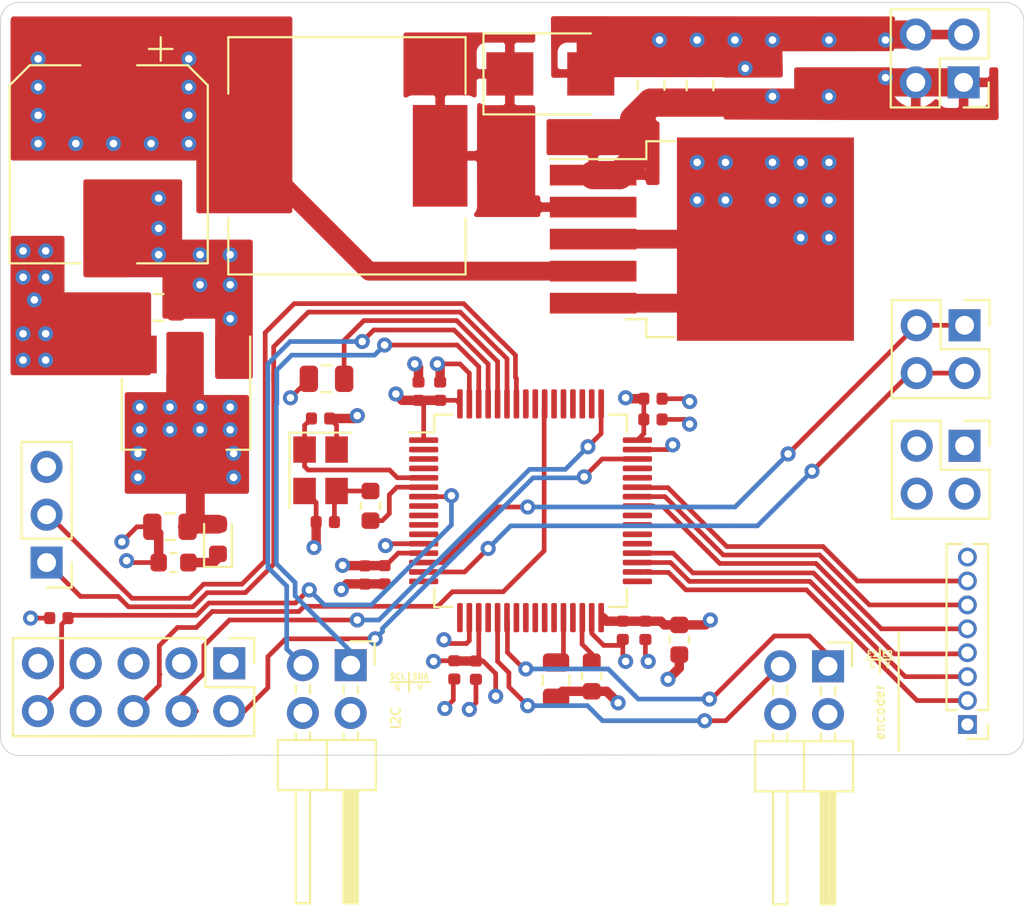
<source format=kicad_pcb>
(kicad_pcb (version 20171130) (host pcbnew "(5.1.6)-1")
  (layers (0 F.Cu signal) (1 GND power) (2 PWR power) (31 B.Cu signal) (34 B.Paste user hide) (35 F.Paste user) (36 B.SilkS user) (37 F.SilkS user) (38 B.Mask user) (39 F.Mask user hide) (44 Edge.Cuts user))
  (net 0 "")
  (net 1 "Net-(U3-Pad26)")
  (net 2 GND)
  (net 3 +3V3)
  (net 4 "Net-(U3-Pad40)")
  (net 5 "Net-(U3-Pad33)")
  (net 6 "Net-(U3-Pad27)")
  (net 7 "Net-(C19-Pad1)")
  (net 8 HSE_IN)
  (net 9 "Net-(C21-Pad1)")
  (net 10 "Net-(D1-Pad1)")
  (net 11 "Net-(D2-Pad1)")
  (net 12 USART1_TX)
  (net 13 USART1_RX)
  (net 14 NRST)
  (net 15 "Net-(J5-Pad8)")
  (net 16 "Net-(J5-Pad7)")
  (net 17 SWO)
  (net 18 SWCLK)
  (net 19 SWDIO)
  (net 20 BOOT0)
  (net 21 BOOT1)
  (net 22 HSE_OUT)
  (net 23 "Net-(U3-Pad57)")
  (net 24 "Net-(U3-Pad56)")
  (net 25 "Net-(U3-Pad54)")
  (net 26 "Net-(U3-Pad53)")
  (net 27 "Net-(U3-Pad52)")
  (net 28 "Net-(U3-Pad51)")
  (net 29 "Net-(U3-Pad50)")
  (net 30 "Net-(U3-Pad45)")
  (net 31 "Net-(U3-Pad44)")
  (net 32 TIM1_CH3)
  (net 33 TIM1_CH2)
  (net 34 TIM1_CH1)
  (net 35 TIM1_CH3N)
  (net 36 TIM1_CH2N)
  (net 37 TIM1_CH1N)
  (net 38 "Net-(U3-Pad25)")
  (net 39 "Net-(U3-Pad24)")
  (net 40 "Net-(U3-Pad23)")
  (net 41 "Net-(U3-Pad20)")
  (net 42 "Net-(U3-Pad17)")
  (net 43 SOB)
  (net 44 SC)
  (net 45 SPI2_MISO)
  (net 46 SPI2_MOSI)
  (net 47 "Net-(U3-Pad8)")
  (net 48 "Net-(U3-Pad4)")
  (net 49 "Net-(U3-Pad3)")
  (net 50 "Net-(U3-Pad2)")
  (net 51 encoder_1)
  (net 52 encoder_2)
  (net 53 i2c1_SDA)
  (net 54 "Net-(U3-Pad29)")
  (net 55 i2c1_SCL)
  (net 56 H3)
  (net 57 H2)
  (net 58 H1)
  (net 59 +5V)
  (net 60 +15V)
  (net 61 A_mes_sensor)
  (net 62 B_mes_sensor)
  (module Connector_PinHeader_2.54mm:PinHeader_1x03_P2.54mm_Vertical (layer F.Cu) (at 26.15 53 180)
    (fp_text reference J2)
    (fp_text value USART)
    (pad 3 thru_hole oval (at 0 5.08 180) (size 1.7 1.7) (drill 1) (layers *.Cu *.Mask) (net 2 GND))
    (pad 2 thru_hole oval (at 0 2.54 180) (size 1.7 1.7) (drill 1) (layers *.Cu *.Mask) (net 12 USART1_TX))
    (pad 1 thru_hole rect (at 0 0 180) (size 1.7 1.7) (drill 1) (layers *.Cu *.Mask) (net 13 USART1_RX))
  )
  (module Connector_PinSocket_2.54mm:PinSocket_2x02_P2.54mm_Vertical (layer F.Cu) (at 74.9 40.4)
    (fp_text reference J7)
    (fp_text value I_power)
    (pad 4 thru_hole oval (at -2.54 2.54) (size 1.7 1.7) (drill 1) (layers *.Cu *.Mask) (net 62 B_mes_sensor))
    (pad 3 thru_hole oval (at 0 2.54) (size 1.7 1.7) (drill 1) (layers *.Cu *.Mask) (net 62 B_mes_sensor))
    (pad 2 thru_hole oval (at -2.54 0) (size 1.7 1.7) (drill 1) (layers *.Cu *.Mask) (net 61 A_mes_sensor))
    (pad 1 thru_hole rect (at 0 0) (size 1.7 1.7) (drill 1) (layers *.Cu *.Mask) (net 61 A_mes_sensor))
  )
  (module Connector_PinSocket_2.54mm:PinSocket_2x02_P2.54mm_Vertical (layer F.Cu) (at 74.9 46.8)
    (fp_text reference J6)
    (fp_text value I_power)
    (pad 4 thru_hole oval (at -2.54 2.54) (size 1.7 1.7) (drill 1) (layers *.Cu *.Mask) (net 2 GND))
    (pad 3 thru_hole oval (at 0 2.54) (size 1.7 1.7) (drill 1) (layers *.Cu *.Mask) (net 2 GND))
    (pad 2 thru_hole oval (at -2.54 0) (size 1.7 1.7) (drill 1) (layers *.Cu *.Mask) (net 59 +5V))
    (pad 1 thru_hole rect (at 0 0) (size 1.7 1.7) (drill 1) (layers *.Cu *.Mask) (net 59 +5V))
  )
  (module Connector_PinHeader_2.54mm:PinHeader_2x02_P2.54mm_Vertical (layer F.Cu) (at 74.85 27.5 180)
    (fp_text reference J9)
    (fp_text value 15V_in)
    (pad 4 thru_hole oval (at 2.54 2.54 180) (size 1.7 1.7) (drill 1) (layers *.Cu *.Mask) (net 2 GND))
    (pad 3 thru_hole oval (at 0 2.54 180) (size 1.7 1.7) (drill 1) (layers *.Cu *.Mask) (net 2 GND))
    (pad 2 thru_hole oval (at 2.54 0 180) (size 1.7 1.7) (drill 1) (layers *.Cu *.Mask) (net 60 +15V))
    (pad 1 thru_hole rect (at 0 0 180) (size 1.7 1.7) (drill 1) (layers *.Cu *.Mask) (net 60 +15V))
  )
  (module Package_QFP:LQFP-64_10x10mm_P0.5mm (layer F.Cu) (at 51.85 50.25)
    (fp_text reference U3)
    (fp_text value STM32F446RETx)
    (pad 64 smd roundrect (at -3.75 -5.675) (size 0.3 1.55) (layers F.Cu F.Paste F.Mask) (net 3 +3V3))
    (pad 63 smd roundrect (at -3.25 -5.675) (size 0.3 1.55) (layers F.Cu F.Paste F.Mask) (net 2 GND))
    (pad 62 smd roundrect (at -2.75 -5.675) (size 0.3 1.55) (layers F.Cu F.Paste F.Mask) (net 53 i2c1_SDA))
    (pad 61 smd roundrect (at -2.25 -5.675) (size 0.3 1.55) (layers F.Cu F.Paste F.Mask) (net 55 i2c1_SCL))
    (pad 60 smd roundrect (at -1.75 -5.675) (size 0.3 1.55) (layers F.Cu F.Paste F.Mask) (net 20 BOOT0))
    (pad 59 smd roundrect (at -1.25 -5.675) (size 0.3 1.55) (layers F.Cu F.Paste F.Mask) (net 13 USART1_RX))
    (pad 58 smd roundrect (at -0.75 -5.675) (size 0.3 1.55) (layers F.Cu F.Paste F.Mask) (net 12 USART1_TX))
    (pad 57 smd roundrect (at -0.25 -5.675) (size 0.3 1.55) (layers F.Cu F.Paste F.Mask) (net 23 "Net-(U3-Pad57)"))
    (pad 56 smd roundrect (at 0.25 -5.675) (size 0.3 1.55) (layers F.Cu F.Paste F.Mask) (net 24 "Net-(U3-Pad56)"))
    (pad 55 smd roundrect (at 0.75 -5.675) (size 0.3 1.55) (layers F.Cu F.Paste F.Mask) (net 17 SWO))
    (pad 54 smd roundrect (at 1.25 -5.675) (size 0.3 1.55) (layers F.Cu F.Paste F.Mask) (net 25 "Net-(U3-Pad54)"))
    (pad 53 smd roundrect (at 1.75 -5.675) (size 0.3 1.55) (layers F.Cu F.Paste F.Mask) (net 26 "Net-(U3-Pad53)"))
    (pad 52 smd roundrect (at 2.25 -5.675) (size 0.3 1.55) (layers F.Cu F.Paste F.Mask) (net 27 "Net-(U3-Pad52)"))
    (pad 51 smd roundrect (at 2.75 -5.675) (size 0.3 1.55) (layers F.Cu F.Paste F.Mask) (net 28 "Net-(U3-Pad51)"))
    (pad 50 smd roundrect (at 3.25 -5.675) (size 0.3 1.55) (layers F.Cu F.Paste F.Mask) (net 29 "Net-(U3-Pad50)"))
    (pad 49 smd roundrect (at 3.75 -5.675) (size 0.3 1.55) (layers F.Cu F.Paste F.Mask) (net 18 SWCLK))
    (pad 48 smd roundrect (at 5.675 -3.75) (size 1.55 0.3) (layers F.Cu F.Paste F.Mask) (net 3 +3V3))
    (pad 47 smd roundrect (at 5.675 -3.25) (size 1.55 0.3) (layers F.Cu F.Paste F.Mask) (net 2 GND))
    (pad 46 smd roundrect (at 5.675 -2.75) (size 1.55 0.3) (layers F.Cu F.Paste F.Mask) (net 19 SWDIO))
    (pad 45 smd roundrect (at 5.675 -2.25) (size 1.55 0.3) (layers F.Cu F.Paste F.Mask) (net 30 "Net-(U3-Pad45)"))
    (pad 44 smd roundrect (at 5.675 -1.75) (size 1.55 0.3) (layers F.Cu F.Paste F.Mask) (net 31 "Net-(U3-Pad44)"))
    (pad 43 smd roundrect (at 5.675 -1.25) (size 1.55 0.3) (layers F.Cu F.Paste F.Mask) (net 32 TIM1_CH3))
    (pad 42 smd roundrect (at 5.675 -0.75) (size 1.55 0.3) (layers F.Cu F.Paste F.Mask) (net 33 TIM1_CH2))
    (pad 41 smd roundrect (at 5.675 -0.25) (size 1.55 0.3) (layers F.Cu F.Paste F.Mask) (net 34 TIM1_CH1))
    (pad 40 smd roundrect (at 5.675 0.25) (size 1.55 0.3) (layers F.Cu F.Paste F.Mask) (net 4 "Net-(U3-Pad40)"))
    (pad 39 smd roundrect (at 5.675 0.75) (size 1.55 0.3) (layers F.Cu F.Paste F.Mask) (net 56 H3))
    (pad 38 smd roundrect (at 5.675 1.25) (size 1.55 0.3) (layers F.Cu F.Paste F.Mask) (net 57 H2))
    (pad 37 smd roundrect (at 5.675 1.75) (size 1.55 0.3) (layers F.Cu F.Paste F.Mask) (net 58 H1))
    (pad 36 smd roundrect (at 5.675 2.25) (size 1.55 0.3) (layers F.Cu F.Paste F.Mask) (net 35 TIM1_CH3N))
    (pad 35 smd roundrect (at 5.675 2.75) (size 1.55 0.3) (layers F.Cu F.Paste F.Mask) (net 36 TIM1_CH2N))
    (pad 34 smd roundrect (at 5.675 3.25) (size 1.55 0.3) (layers F.Cu F.Paste F.Mask) (net 37 TIM1_CH1N))
    (pad 33 smd roundrect (at 5.675 3.75) (size 1.55 0.3) (layers F.Cu F.Paste F.Mask) (net 5 "Net-(U3-Pad33)"))
    (pad 32 smd roundrect (at 3.75 5.675) (size 0.3 1.55) (layers F.Cu F.Paste F.Mask) (net 3 +3V3))
    (pad 31 smd roundrect (at 3.25 5.675) (size 0.3 1.55) (layers F.Cu F.Paste F.Mask) (net 2 GND))
    (pad 30 smd roundrect (at 2.75 5.675) (size 0.3 1.55) (layers F.Cu F.Paste F.Mask) (net 7 "Net-(C19-Pad1)"))
    (pad 29 smd roundrect (at 2.25 5.675) (size 0.3 1.55) (layers F.Cu F.Paste F.Mask) (net 54 "Net-(U3-Pad29)"))
    (pad 28 smd roundrect (at 1.75 5.675) (size 0.3 1.55) (layers F.Cu F.Paste F.Mask) (net 21 BOOT1))
    (pad 27 smd roundrect (at 1.25 5.675) (size 0.3 1.55) (layers F.Cu F.Paste F.Mask) (net 6 "Net-(U3-Pad27)"))
    (pad 26 smd roundrect (at 0.75 5.675) (size 0.3 1.55) (layers F.Cu F.Paste F.Mask) (net 1 "Net-(U3-Pad26)"))
    (pad 25 smd roundrect (at 0.25 5.675) (size 0.3 1.55) (layers F.Cu F.Paste F.Mask) (net 38 "Net-(U3-Pad25)"))
    (pad 24 smd roundrect (at -0.25 5.675) (size 0.3 1.55) (layers F.Cu F.Paste F.Mask) (net 39 "Net-(U3-Pad24)"))
    (pad 23 smd roundrect (at -0.75 5.675) (size 0.3 1.55) (layers F.Cu F.Paste F.Mask) (net 40 "Net-(U3-Pad23)"))
    (pad 22 smd roundrect (at -1.25 5.675) (size 0.3 1.55) (layers F.Cu F.Paste F.Mask) (net 52 encoder_2))
    (pad 21 smd roundrect (at -1.75 5.675) (size 0.3 1.55) (layers F.Cu F.Paste F.Mask) (net 51 encoder_1))
    (pad 20 smd roundrect (at -2.25 5.675) (size 0.3 1.55) (layers F.Cu F.Paste F.Mask) (net 41 "Net-(U3-Pad20)"))
    (pad 19 smd roundrect (at -2.75 5.675) (size 0.3 1.55) (layers F.Cu F.Paste F.Mask) (net 3 +3V3))
    (pad 18 smd roundrect (at -3.25 5.675) (size 0.3 1.55) (layers F.Cu F.Paste F.Mask) (net 2 GND))
    (pad 17 smd roundrect (at -3.75 5.675) (size 0.3 1.55) (layers F.Cu F.Paste F.Mask) (net 42 "Net-(U3-Pad17)"))
    (pad 16 smd roundrect (at -5.675 3.75) (size 1.55 0.3) (layers F.Cu F.Paste F.Mask) (net 43 SOB))
    (pad 15 smd roundrect (at -5.675 3.25) (size 1.55 0.3) (layers F.Cu F.Paste F.Mask) (net 62 B_mes_sensor))
    (pad 14 smd roundrect (at -5.675 2.75) (size 1.55 0.3) (layers F.Cu F.Paste F.Mask) (net 61 A_mes_sensor))
    (pad 13 smd roundrect (at -5.675 2.25) (size 1.55 0.3) (layers F.Cu F.Paste F.Mask) (net 3 +3V3))
    (pad 12 smd roundrect (at -5.675 1.75) (size 1.55 0.3) (layers F.Cu F.Paste F.Mask) (net 2 GND))
    (pad 11 smd roundrect (at -5.675 1.25) (size 1.55 0.3) (layers F.Cu F.Paste F.Mask) (net 44 SC))
    (pad 10 smd roundrect (at -5.675 0.75) (size 1.55 0.3) (layers F.Cu F.Paste F.Mask) (net 45 SPI2_MISO))
    (pad 9 smd roundrect (at -5.675 0.25) (size 1.55 0.3) (layers F.Cu F.Paste F.Mask) (net 46 SPI2_MOSI))
    (pad 8 smd roundrect (at -5.675 -0.25) (size 1.55 0.3) (layers F.Cu F.Paste F.Mask) (net 47 "Net-(U3-Pad8)"))
    (pad 7 smd roundrect (at -5.675 -0.75) (size 1.55 0.3) (layers F.Cu F.Paste F.Mask) (net 14 NRST))
    (pad 6 smd roundrect (at -5.675 -1.25) (size 1.55 0.3) (layers F.Cu F.Paste F.Mask) (net 22 HSE_OUT))
    (pad 5 smd roundrect (at -5.675 -1.75) (size 1.55 0.3) (layers F.Cu F.Paste F.Mask) (net 8 HSE_IN))
    (pad 4 smd roundrect (at -5.675 -2.25) (size 1.55 0.3) (layers F.Cu F.Paste F.Mask) (net 48 "Net-(U3-Pad4)"))
    (pad 3 smd roundrect (at -5.675 -2.75) (size 1.55 0.3) (layers F.Cu F.Paste F.Mask) (net 49 "Net-(U3-Pad3)"))
    (pad 2 smd roundrect (at -5.675 -3.25) (size 1.55 0.3) (layers F.Cu F.Paste F.Mask) (net 50 "Net-(U3-Pad2)"))
    (pad 1 smd roundrect (at -5.675 -3.75) (size 1.55 0.3) (layers F.Cu F.Paste F.Mask) (net 3 +3V3))
  )
  (module Connector_PinHeader_1.27mm:PinHeader_1x08_P1.27mm_Vertical (layer F.Cu) (at 75.05 61.6 180)
    (fp_text reference J4)
    (fp_text value PWM_signals)
    (pad 8 thru_hole oval (at 0 8.89 180) (size 1 1) (drill 0.65) (layers *.Cu *.Mask) (net 2 GND))
    (pad 7 thru_hole oval (at 0 7.62 180) (size 1 1) (drill 0.65) (layers *.Cu *.Mask) (net 32 TIM1_CH3))
    (pad 6 thru_hole oval (at 0 6.35 180) (size 1 1) (drill 0.65) (layers *.Cu *.Mask) (net 33 TIM1_CH2))
    (pad 5 thru_hole oval (at 0 5.08 180) (size 1 1) (drill 0.65) (layers *.Cu *.Mask) (net 34 TIM1_CH1))
    (pad 4 thru_hole oval (at 0 3.81 180) (size 1 1) (drill 0.65) (layers *.Cu *.Mask) (net 35 TIM1_CH3N))
    (pad 3 thru_hole oval (at 0 2.54 180) (size 1 1) (drill 0.65) (layers *.Cu *.Mask) (net 36 TIM1_CH2N))
    (pad 2 thru_hole oval (at 0 1.27 180) (size 1 1) (drill 0.65) (layers *.Cu *.Mask) (net 37 TIM1_CH1N))
    (pad 1 thru_hole rect (at 0 0 180) (size 1 1) (drill 0.65) (layers *.Cu *.Mask) (net 2 GND))
  )
  (module Package_TO_SOT_SMD:TO-263-5_TabPin3 (layer F.Cu) (at 60.95 35.825)
    (fp_text reference U2)
    (fp_text value LM2596S-5)
    (pad 3 smd rect (at 3.375 0) (size 9.4 10.8) (layers F.Cu F.Mask) (net 2 GND))
    (pad 5 smd rect (at -5.775 3.4) (size 4.6 1.1) (layers F.Cu F.Paste F.Mask) (net 2 GND))
    (pad 4 smd rect (at -5.775 1.7) (size 4.6 1.1) (layers F.Cu F.Paste F.Mask) (net 59 +5V))
    (pad 3 smd rect (at -5.775 0) (size 4.6 1.1) (layers F.Cu F.Paste F.Mask) (net 2 GND))
    (pad 2 smd rect (at -5.775 -1.7) (size 4.6 1.1) (layers F.Cu F.Paste F.Mask) (net 10 "Net-(D1-Pad1)"))
    (pad 1 smd rect (at -5.775 -3.4) (size 4.6 1.1) (layers F.Cu F.Paste F.Mask) (net 60 +15V))
  )
  (module Capacitor_SMD:C_0805_2012Metric (layer F.Cu) (at 60.85 27.6625 90)
    (fp_text reference C15)
    (fp_text value 10u)
    (pad 2 smd roundrect (at 0.9375 0 90) (size 0.975 1.4) (layers F.Cu F.Paste F.Mask) (net 2 GND))
    (pad 1 smd roundrect (at -0.9375 0 90) (size 0.975 1.4) (layers F.Cu F.Paste F.Mask) (net 60 +15V))
  )
  (module Capacitor_SMD:C_0805_2012Metric (layer F.Cu) (at 58.25 27.6375 90)
    (fp_text reference C13)
    (fp_text value 10u)
    (pad 2 smd roundrect (at 0.9375 0 90) (size 0.975 1.4) (layers F.Cu F.Paste F.Mask) (net 2 GND))
    (pad 1 smd roundrect (at -0.9375 0 90) (size 0.975 1.4) (layers F.Cu F.Paste F.Mask) (net 60 +15V))
  )
  (module Capacitor_SMD:CP_Elec_10x10 (layer F.Cu) (at 29.45 31.85 270)
    (fp_text reference C14)
    (fp_text value "1000u 25v")
    (pad 2 smd roundrect (at 4 0 270) (size 4 2.5) (layers F.Cu F.Paste F.Mask) (roundrect_rratio 0.1) (net 2 GND))
    (pad 1 smd roundrect (at -4 0 270) (size 4 2.5) (layers F.Cu F.Paste F.Mask) (roundrect_rratio 0.1) (net 59 +5V))
  )
  (module Capacitor_SMD:C_0402_1005Metric (layer F.Cu) (at 47.8 58.7 270)
    (fp_text reference C11)
    (fp_text value 100nf)
    (pad 2 smd roundrect (at 0.485 0 270) (size 0.59 0.64) (layers F.Cu F.Paste F.Mask) (net 2 GND))
    (pad 1 smd roundrect (at -0.485 0 270) (size 0.59 0.64) (layers F.Cu F.Paste F.Mask) (net 3 +3V3))
  )
  (module Connector_PinHeader_2.54mm:PinHeader_2x05_P2.54mm_Vertical (layer F.Cu) (at 35.85 58.35 270)
    (fp_text reference J5)
    (fp_text value Conn_02x05_Odd_Even hide)
    (pad 10 thru_hole oval (at 2.54 10.16 270) (size 1.7 1.7) (drill 1) (layers *.Cu *.Mask) (net 14 NRST))
    (pad 9 thru_hole oval (at 0 10.16 270) (size 1.7 1.7) (drill 1) (layers *.Cu *.Mask) (net 2 GND))
    (pad 8 thru_hole oval (at 2.54 7.62 270) (size 1.7 1.7) (drill 1) (layers *.Cu *.Mask) (net 15 "Net-(J5-Pad8)"))
    (pad 7 thru_hole oval (at 0 7.62 270) (size 1.7 1.7) (drill 1) (layers *.Cu *.Mask) (net 16 "Net-(J5-Pad7)"))
    (pad 6 thru_hole oval (at 2.54 5.08 270) (size 1.7 1.7) (drill 1) (layers *.Cu *.Mask) (net 17 SWO))
    (pad 5 thru_hole oval (at 0 5.08 270) (size 1.7 1.7) (drill 1) (layers *.Cu *.Mask) (net 2 GND))
    (pad 4 thru_hole oval (at 2.54 2.54 270) (size 1.7 1.7) (drill 1) (layers *.Cu *.Mask) (net 18 SWCLK))
    (pad 3 thru_hole oval (at 0 2.54 270) (size 1.7 1.7) (drill 1) (layers *.Cu *.Mask) (net 2 GND))
    (pad 2 thru_hole oval (at 2.54 0 270) (size 1.7 1.7) (drill 1) (layers *.Cu *.Mask) (net 19 SWDIO))
    (pad 1 thru_hole rect (at 0 0 270) (size 1.7 1.7) (drill 1) (layers *.Cu *.Mask) (net 3 +3V3))
  )
  (module Connector_PinHeader_2.54mm:PinHeader_2x02_P2.54mm_Horizontal (layer F.Cu) (at 42.3 58.45 270)
    (fp_text reference J3)
    (fp_text value I2C)
    (pad 4 thru_hole oval (at 2.54 2.54 270) (size 1.7 1.7) (drill 1) (layers *.Cu *.Mask) (net 2 GND))
    (pad 3 thru_hole oval (at 0 2.54 270) (size 1.7 1.7) (drill 1) (layers *.Cu *.Mask) (net 55 i2c1_SCL))
    (pad 2 thru_hole oval (at 2.54 0 270) (size 1.7 1.7) (drill 1) (layers *.Cu *.Mask) (net 3 +3V3))
    (pad 1 thru_hole rect (at 0 0 270) (size 1.7 1.7) (drill 1) (layers *.Cu *.Mask) (net 53 i2c1_SDA))
  )
  (module Connector_PinHeader_2.54mm:PinHeader_2x02_P2.54mm_Horizontal (layer F.Cu) (at 67.65 58.51 270)
    (fp_text reference J1)
    (fp_text value encoder)
    (pad 4 thru_hole oval (at 2.54 2.54 270) (size 1.7 1.7) (drill 1) (layers *.Cu *.Mask) (net 2 GND))
    (pad 3 thru_hole oval (at 0 2.54 270) (size 1.7 1.7) (drill 1) (layers *.Cu *.Mask) (net 51 encoder_1))
    (pad 2 thru_hole oval (at 2.54 0 270) (size 1.7 1.7) (drill 1) (layers *.Cu *.Mask) (net 59 +5V))
    (pad 1 thru_hole rect (at 0 0 270) (size 1.7 1.7) (drill 1) (layers *.Cu *.Mask) (net 52 encoder_2))
  )
  (module Capacitor_SMD:C_0402_1005Metric (layer F.Cu) (at 26.8 55.95 180)
    (fp_text reference C23)
    (fp_text value 100nf)
    (pad 2 smd roundrect (at 0.485 0 180) (size 0.59 0.64) (layers F.Cu F.Paste F.Mask) (net 2 GND))
    (pad 1 smd roundrect (at -0.485 0 180) (size 0.59 0.64) (layers F.Cu F.Paste F.Mask) (net 14 NRST))
  )
  (module Capacitor_SMD:C_0402_1005Metric (layer F.Cu) (at 43.05 53.66 270)
    (fp_text reference C22)
    (fp_text value 100nf)
    (pad 2 smd roundrect (at 0.485 0 270) (size 0.59 0.64) (layers F.Cu F.Paste F.Mask) (net 2 GND))
    (pad 1 smd roundrect (at -0.485 0 270) (size 0.59 0.64) (layers F.Cu F.Paste F.Mask) (net 3 +3V3))
  )
  (module Package_TO_SOT_SMD:SOT-223-3_TabPin2 (layer F.Cu) (at 33.55 45.1 270)
    (fp_text reference U1)
    (fp_text value AMS1117-3.3)
    (pad 1 smd rect (at -3.15 -2.3 270) (size 2 1.5) (layers F.Cu F.Paste F.Mask) (net 2 GND))
    (pad 3 smd rect (at -3.15 2.3 270) (size 2 1.5) (layers F.Cu F.Paste F.Mask) (net 59 +5V))
    (pad 2 smd rect (at -3.15 0 270) (size 2 1.5) (layers F.Cu F.Paste F.Mask) (net 3 +3V3))
    (pad 2 smd rect (at 3.15 0 270) (size 2 3.8) (layers F.Cu F.Paste F.Mask) (net 3 +3V3))
  )
  (module Resistor_SMD:R_0603_1608Metric (layer F.Cu) (at 43.35 49.9875 90)
    (fp_text reference R5)
    (fp_text value 220)
    (pad 2 smd roundrect (at 0.7875 0 90) (size 0.875 0.95) (layers F.Cu F.Paste F.Mask) (net 9 "Net-(C21-Pad1)"))
    (pad 1 smd roundrect (at -0.7875 0 90) (size 0.875 0.95) (layers F.Cu F.Paste F.Mask) (net 22 HSE_OUT))
  )
  (module Inductor_SMD:L_12x12mm_H4.5mm (layer F.Cu) (at 42.1 31.4 180)
    (fp_text reference L1)
    (fp_text value SWRB120)
    (pad 2 smd rect (at 4.95 0 180) (size 2.9 5.4) (layers F.Cu F.Paste F.Mask) (net 59 +5V))
    (pad 1 smd rect (at -4.95 0 180) (size 2.9 5.4) (layers F.Cu F.Paste F.Mask) (net 10 "Net-(D1-Pad1)"))
  )
  (module Diode_SMD:D_SMB (layer F.Cu) (at 52.9 27.05)
    (fp_text reference D1)
    (fp_text value FR2M)
    (pad 2 smd rect (at 2.15 0) (size 2.5 2.3) (layers F.Cu F.Paste F.Mask) (net 2 GND))
    (pad 1 smd rect (at -2.15 0) (size 2.5 2.3) (layers F.Cu F.Paste F.Mask) (net 10 "Net-(D1-Pad1)"))
  )
  (module Resistor_SMD:R_0805_2012Metric (layer F.Cu) (at 53.206 59.244 270)
    (fp_text reference R3)
    (fp_text value 10k)
    (pad 2 smd roundrect (at 0.9375 0 270) (size 0.975 1.4) (layers F.Cu F.Paste F.Mask) (net 2 GND))
    (pad 1 smd roundrect (at -0.9375 0 270) (size 0.975 1.4) (layers F.Cu F.Paste F.Mask) (net 21 BOOT1))
  )
  (module Resistor_SMD:R_0805_2012Metric (layer F.Cu) (at 41.014 43.242 180)
    (fp_text reference R2)
    (fp_text value 10k)
    (pad 2 smd roundrect (at 0.9375 0 180) (size 0.975 1.4) (layers F.Cu F.Paste F.Mask) (net 2 GND))
    (pad 1 smd roundrect (at -0.9375 0 180) (size 0.975 1.4) (layers F.Cu F.Paste F.Mask) (net 20 BOOT0))
  )
  (module Resistor_SMD:R_0603_1608Metric (layer F.Cu) (at 32.89 53 180)
    (fp_text reference R1)
    (fp_text value 1k)
    (pad 2 smd roundrect (at 0.7875 0 180) (size 0.875 0.95) (layers F.Cu F.Paste F.Mask) (net 2 GND))
    (pad 1 smd roundrect (at -0.7875 0 180) (size 0.875 0.95) (layers F.Cu F.Paste F.Mask) (net 11 "Net-(D2-Pad1)"))
  )
  (module Crystal:Crystal_SMD_3225-4Pin_3.2x2.5mm (layer F.Cu) (at 40.7 48.1 270)
    (fp_text reference HSE1)
    (fp_text value 16MHz)
    (pad 4 smd rect (at -1.1 -0.85 270) (size 1.4 1.2) (layers F.Cu F.Paste F.Mask) (net 2 GND))
    (pad 3 smd rect (at 1.1 -0.85 270) (size 1.4 1.2) (layers F.Cu F.Paste F.Mask) (net 9 "Net-(C21-Pad1)"))
    (pad 2 smd rect (at 1.1 0.85 270) (size 1.4 1.2) (layers F.Cu F.Paste F.Mask) (net 2 GND))
    (pad 1 smd rect (at -1.1 0.85 270) (size 1.4 1.2) (layers F.Cu F.Paste F.Mask) (net 8 HSE_IN))
  )
  (module LED_SMD:LED_0603_1608Metric (layer F.Cu) (at 35.25 51.75 90)
    (fp_text reference D2)
    (fp_text value Red)
    (pad 2 smd roundrect (at 0.7875 0 90) (size 0.875 0.95) (layers F.Cu F.Paste F.Mask) (net 3 +3V3))
    (pad 1 smd roundrect (at -0.7875 0 90) (size 0.875 0.95) (layers F.Cu F.Paste F.Mask) (net 11 "Net-(D2-Pad1)"))
  )
  (module Capacitor_SMD:C_0402_1005Metric (layer F.Cu) (at 40.95 50.85 180)
    (fp_text reference C21)
    (fp_text value 12p)
    (pad 2 smd roundrect (at 0.485 0 180) (size 0.59 0.64) (layers F.Cu F.Paste F.Mask) (net 2 GND))
    (pad 1 smd roundrect (at -0.485 0 180) (size 0.59 0.64) (layers F.Cu F.Paste F.Mask) (net 9 "Net-(C21-Pad1)"))
  )
  (module Capacitor_SMD:C_0402_1005Metric (layer F.Cu) (at 40.7 45.35)
    (fp_text reference C20)
    (fp_text value 12p)
    (pad 2 smd roundrect (at 0.485 0) (size 0.59 0.64) (layers F.Cu F.Paste F.Mask) (net 2 GND))
    (pad 1 smd roundrect (at -0.485 0) (size 0.59 0.64) (layers F.Cu F.Paste F.Mask) (net 8 HSE_IN))
  )
  (module Capacitor_SMD:C_0603_1608Metric (layer F.Cu) (at 55.1 59.05 270)
    (fp_text reference C19)
    (fp_text value 2.2u)
    (pad 2 smd roundrect (at 0.7875 0 270) (size 0.875 0.95) (layers F.Cu F.Paste F.Mask) (net 2 GND))
    (pad 1 smd roundrect (at -0.7875 0 270) (size 0.875 0.95) (layers F.Cu F.Paste F.Mask) (net 7 "Net-(C19-Pad1)"))
  )
  (module Capacitor_SMD:C_0402_1005Metric (layer F.Cu) (at 48.95 58.715 270)
    (fp_text reference C12)
    (fp_text value 100nf)
    (pad 2 smd roundrect (at 0.485 0 270) (size 0.59 0.64) (layers F.Cu F.Paste F.Mask) (net 2 GND))
    (pad 1 smd roundrect (at -0.485 0 270) (size 0.59 0.64) (layers F.Cu F.Paste F.Mask) (net 3 +3V3))
  )
  (module Capacitor_SMD:C_0402_1005Metric (layer F.Cu) (at 56.75 56.6 270)
    (fp_text reference C10)
    (fp_text value 100nf)
    (pad 2 smd roundrect (at 0.485 0 270) (size 0.59 0.64) (layers F.Cu F.Paste F.Mask) (net 2 GND))
    (pad 1 smd roundrect (at -0.485 0 270) (size 0.59 0.64) (layers F.Cu F.Paste F.Mask) (net 3 +3V3))
  )
  (module Capacitor_SMD:C_0402_1005Metric (layer F.Cu) (at 57.95 56.6 270)
    (fp_text reference C9)
    (fp_text value 100nf)
    (pad 2 smd roundrect (at 0.485 0 270) (size 0.59 0.64) (layers F.Cu F.Paste F.Mask) (net 2 GND))
    (pad 1 smd roundrect (at -0.485 0 270) (size 0.59 0.64) (layers F.Cu F.Paste F.Mask) (net 3 +3V3))
  )
  (module Capacitor_SMD:C_0402_1005Metric (layer F.Cu) (at 58.35 45.4)
    (fp_text reference C8)
    (fp_text value 100nf)
    (pad 2 smd roundrect (at 0.485 0) (size 0.59 0.64) (layers F.Cu F.Paste F.Mask) (net 2 GND))
    (pad 1 smd roundrect (at -0.485 0) (size 0.59 0.64) (layers F.Cu F.Paste F.Mask) (net 3 +3V3))
  )
  (module Capacitor_SMD:C_0402_1005Metric (layer F.Cu) (at 58.35 44.3)
    (fp_text reference C7)
    (fp_text value 100nf)
    (pad 2 smd roundrect (at 0.485 0) (size 0.59 0.64) (layers F.Cu F.Paste F.Mask) (net 2 GND))
    (pad 1 smd roundrect (at -0.485 0) (size 0.59 0.64) (layers F.Cu F.Paste F.Mask) (net 3 +3V3))
  )
  (module Capacitor_SMD:C_0402_1005Metric (layer F.Cu) (at 47.05 43.9 90)
    (fp_text reference C6)
    (fp_text value 100nf)
    (pad 2 smd roundrect (at 0.485 0 90) (size 0.59 0.64) (layers F.Cu F.Paste F.Mask) (net 2 GND))
    (pad 1 smd roundrect (at -0.485 0 90) (size 0.59 0.64) (layers F.Cu F.Paste F.Mask) (net 3 +3V3))
  )
  (module Capacitor_SMD:C_0402_1005Metric (layer F.Cu) (at 45.9 43.9 90)
    (fp_text reference C5)
    (fp_text value 100nf)
    (pad 2 smd roundrect (at 0.485 0 90) (size 0.59 0.64) (layers F.Cu F.Paste F.Mask) (net 2 GND))
    (pad 1 smd roundrect (at -0.485 0 90) (size 0.59 0.64) (layers F.Cu F.Paste F.Mask) (net 3 +3V3))
  )
  (module Capacitor_SMD:C_0402_1005Metric (layer F.Cu) (at 44.1 53.65 270)
    (fp_text reference C4)
    (fp_text value 100nf)
    (pad 2 smd roundrect (at 0.485 0 270) (size 0.59 0.64) (layers F.Cu F.Paste F.Mask) (net 2 GND))
    (pad 1 smd roundrect (at -0.485 0 270) (size 0.59 0.64) (layers F.Cu F.Paste F.Mask) (net 3 +3V3))
  )
  (module Capacitor_SMD:C_0603_1608Metric (layer F.Cu) (at 59.75 57.1 270)
    (fp_text reference C3)
    (fp_text value 10u)
    (pad 2 smd roundrect (at 0.7875 0 270) (size 0.875 0.95) (layers F.Cu F.Paste F.Mask) (net 2 GND))
    (pad 1 smd roundrect (at -0.7875 0 270) (size 0.875 0.95) (layers F.Cu F.Paste F.Mask) (net 3 +3V3))
  )
  (module Capacitor_SMD:C_0805_2012Metric (layer F.Cu) (at 32.7 51.1 180)
    (fp_text reference C2)
    (fp_text value 10u)
    (pad 2 smd roundrect (at 0.9375 0 180) (size 0.975 1.4) (layers F.Cu F.Paste F.Mask) (net 2 GND))
    (pad 1 smd roundrect (at -0.9375 0 180) (size 0.975 1.4) (layers F.Cu F.Paste F.Mask) (net 3 +3V3))
  )
  (module Capacitor_SMD:C_0805_2012Metric (layer F.Cu) (at 32.1 39.45)
    (fp_text reference C1)
    (fp_text value 10u)
    (pad 2 smd roundrect (at 0.9375 0) (size 0.975 1.4) (layers F.Cu F.Paste F.Mask) (net 2 GND))
    (pad 1 smd roundrect (at -0.9375 0) (size 0.975 1.4) (layers F.Cu F.Paste F.Mask) (net 59 +5V))
  )
  (gr_line (start 71.4 56.7) (end 71.4 63) (layer F.SilkS) (width 0.12))
  (gr_arc (start 24.7 24.25) (end 24.7 23.25) (angle -90) (layer Edge.Cuts) (width 0.05))
  (gr_arc (start 24.7 62.25) (end 23.7 62.25) (angle -90) (layer Edge.Cuts) (width 0.05))
  (gr_arc (start 77.05 62.2) (end 77.05 63.2) (angle -90) (layer Edge.Cuts) (width 0.05))
  (gr_arc (start 77.05 24.25) (end 78.05 24.25) (angle -90) (layer Edge.Cuts) (width 0.05))
  (gr_line (start 77.05 23.25) (end 24.7 23.25) (layer Edge.Cuts) (width 0.05))
  (gr_line (start 78.05 62.2) (end 78.05 24.25) (layer Edge.Cuts) (width 0.05))
  (gr_line (start 24.7 63.25) (end 77.05 63.2) (layer Edge.Cuts) (width 0.05))
  (gr_line (start 23.7 24.25) (end 23.7 62.25) (layer Edge.Cuts) (width 0.05))
  (gr_text I2C (at 44.7 61.25 90) (layer F.SilkS) (effects (font (size 0.5 0.5) (thickness 0.1))))
  (gr_line (start 45.4 58.85) (end 45.4 59.85) (layer F.SilkS) (width 0.12))
  (gr_line (start 44.4 59.35) (end 46.5 59.35) (layer F.SilkS) (width 0.12))
  (gr_text V (at 46 59.65) (layer F.SilkS) (effects (font (size 0.3 0.3) (thickness 0.075))))
  (gr_text SDA (at 46 59.05) (layer F.SilkS) (effects (font (size 0.3 0.3) (thickness 0.075))))
  (gr_text SCL (at 44.8 59.05) (layer F.SilkS) (effects (font (size 0.3 0.3) (thickness 0.075))))
  (gr_text G (at 44.8 59.65) (layer F.SilkS) (effects (font (size 0.3 0.3) (thickness 0.0625))))
  (gr_line (start 69.7 58.15) (end 71.1 58.15) (layer F.SilkS) (width 0.12))
  (gr_line (start 70.4 57.55) (end 70.4 58.85) (layer F.SilkS) (width 0.12))
  (gr_text E2 (at 70.8 57.85) (layer F.SilkS) (effects (font (size 0.3 0.3) (thickness 0.075))))
  (gr_text E1 (at 70 57.85) (layer F.SilkS) (effects (font (size 0.3 0.3) (thickness 0.075))))
  (gr_text V (at 70.8 58.45) (layer F.SilkS) (effects (font (size 0.3 0.3) (thickness 0.075))))
  (gr_text G (at 70 58.45) (layer F.SilkS) (effects (font (size 0.3 0.3) (thickness 0.0625))))
  (gr_text encoder (at 70.4 60.95 90) (layer F.SilkS) (effects (font (size 0.5 0.5) (thickness 0.1))))
  (via (at 60.7 33.75) (size 0.8) (drill 0.4) (layers F.Cu B.Cu) (net 2))
  (via (at 60.7 31.75) (size 0.8) (drill 0.4) (layers F.Cu B.Cu) (net 2))
  (via (at 66.2 35.75) (size 0.8) (drill 0.4) (layers F.Cu B.Cu) (net 2))
  (via (at 66.2 33.75) (size 0.8) (drill 0.4) (layers F.Cu B.Cu) (net 2))
  (via (at 66.2 31.75) (size 0.8) (drill 0.4) (layers F.Cu B.Cu) (net 2))
  (via (at 67.7 35.75) (size 0.8) (drill 0.4) (layers F.Cu B.Cu) (net 2))
  (via (at 67.7 33.75) (size 0.8) (drill 0.4) (layers F.Cu B.Cu) (net 2))
  (via (at 64.7 33.75) (size 0.8) (drill 0.4) (layers F.Cu B.Cu) (net 2))
  (via (at 62.2 33.75) (size 0.8) (drill 0.4) (layers F.Cu B.Cu) (net 2))
  (via (at 62.2 31.75) (size 0.8) (drill 0.4) (layers F.Cu B.Cu) (net 2))
  (via (at 64.7 31.75) (size 0.8) (drill 0.4) (layers F.Cu B.Cu) (net 2))
  (via (at 67.7 31.75) (size 0.8) (drill 0.4) (layers F.Cu B.Cu) (net 2))
  (segment (start 41.55 45.715) (end 41.185 45.35) (width 0.25) (layer F.Cu) (net 2))
  (segment (start 41.55 47) (end 41.55 45.715) (width 0.25) (layer F.Cu) (net 2))
  (segment (start 40.465 49.815) (end 39.85 49.2) (width 0.25) (layer F.Cu) (net 2))
  (segment (start 40.465 50.85) (end 40.465 49.815) (width 0.25) (layer F.Cu) (net 2))
  (via (at 58.1 58.25) (size 0.8) (drill 0.4) (layers F.Cu B.Cu) (net 2))
  (segment (start 57.95 57.085) (end 57.95 58.1) (width 0.25) (layer F.Cu) (net 2))
  (segment (start 57.95 58.1) (end 58.1 58.25) (width 0.25) (layer F.Cu) (net 2))
  (via (at 56.9 58.25) (size 0.8) (drill 0.4) (layers F.Cu B.Cu) (net 2))
  (segment (start 56.75 58.1) (end 56.9 58.25) (width 0.25) (layer F.Cu) (net 2))
  (via (at 60.3 45.65) (size 0.8) (drill 0.4) (layers F.Cu B.Cu) (net 2))
  (segment (start 58.835 45.4) (end 60.05 45.4) (width 0.25) (layer F.Cu) (net 2))
  (segment (start 60.05 45.4) (end 60.3 45.65) (width 0.25) (layer F.Cu) (net 2))
  (via (at 60.3 44.45) (size 0.8) (drill 0.4) (layers F.Cu B.Cu) (net 2))
  (segment (start 58.835 44.3) (end 60.15 44.3) (width 0.25) (layer F.Cu) (net 2))
  (segment (start 60.15 44.3) (end 60.3 44.45) (width 0.25) (layer F.Cu) (net 2))
  (via (at 42.65 45.2) (size 0.8) (drill 0.4) (layers F.Cu B.Cu) (net 2))
  (segment (start 41.185 45.35) (end 42.5 45.35) (width 0.5) (layer F.Cu) (net 2))
  (segment (start 42.5 45.35) (end 42.65 45.2) (width 0.5) (layer F.Cu) (net 2))
  (segment (start 40.465 50.85) (end 40.465 52.085) (width 0.5) (layer F.Cu) (net 2))
  (via (at 40.35 52.2) (size 0.8) (drill 0.4) (layers F.Cu B.Cu) (net 2))
  (segment (start 40.465 52.085) (end 40.35 52.2) (width 0.5) (layer F.Cu) (net 2))
  (via (at 59.4 46.75) (size 0.8) (drill 0.4) (layers F.Cu B.Cu) (net 2))
  (segment (start 57.525 47) (end 59.15 47) (width 0.25) (layer F.Cu) (net 2))
  (segment (start 59.15 47) (end 59.4 46.75) (width 0.25) (layer F.Cu) (net 2))
  (via (at 44.15 52.1) (size 0.8) (drill 0.4) (layers F.Cu B.Cu) (net 2))
  (segment (start 46.175 52) (end 44.25 52) (width 0.25) (layer F.Cu) (net 2))
  (segment (start 44.25 52) (end 44.15 52.1) (width 0.25) (layer F.Cu) (net 2))
  (via (at 47.25 57.1) (size 0.8) (drill 0.4) (layers F.Cu B.Cu) (net 2))
  (segment (start 47.75 59.185) (end 47.75 59.75) (width 0.25) (layer F.Cu) (net 2))
  (segment (start 48.6 55.925) (end 48.6 57.15) (width 0.25) (layer F.Cu) (net 2))
  (segment (start 48.6 57.15) (end 48.45 57.3) (width 0.25) (layer F.Cu) (net 2))
  (segment (start 47.45 57.3) (end 47.25 57.1) (width 0.25) (layer F.Cu) (net 2))
  (segment (start 48.45 57.3) (end 47.45 57.3) (width 0.25) (layer F.Cu) (net 2))
  (segment (start 44.1 54.135) (end 42.095 54.135) (width 0.5) (layer F.Cu) (net 2))
  (via (at 41.8 54.43) (size 0.8) (drill 0.4) (layers F.Cu B.Cu) (net 2))
  (segment (start 42.095 54.135) (end 41.8 54.43) (width 0.5) (layer F.Cu) (net 2))
  (segment (start 32.1025 51.44) (end 31.7625 51.1) (width 0.5) (layer F.Cu) (net 2))
  (segment (start 32.1025 53) (end 32.1025 51.44) (width 0.5) (layer F.Cu) (net 2))
  (segment (start 53.206 60.1815) (end 53.3815 60.1815) (width 0.25) (layer F.Cu) (net 2))
  (via (at 25.3 55.95) (size 0.8) (drill 0.4) (layers F.Cu B.Cu) (net 2))
  (segment (start 26.315 55.95) (end 25.3 55.95) (width 0.25) (layer F.Cu) (net 2))
  (via (at 47.3 60.75) (size 0.8) (drill 0.4) (layers F.Cu B.Cu) (net 2))
  (segment (start 47.75 59.75) (end 47.75 60.3) (width 0.25) (layer F.Cu) (net 2))
  (segment (start 47.75 60.3) (end 47.3 60.75) (width 0.25) (layer F.Cu) (net 2))
  (via (at 48.6 60.8) (size 0.8) (drill 0.4) (layers F.Cu B.Cu) (net 2))
  (segment (start 48.95 59.2) (end 48.95 60.45) (width 0.25) (layer F.Cu) (net 2))
  (segment (start 48.95 60.45) (end 48.6 60.8) (width 0.25) (layer F.Cu) (net 2))
  (via (at 39.1 44.25) (size 0.8) (drill 0.4) (layers F.Cu B.Cu) (net 2))
  (segment (start 40.0765 43.2735) (end 39.1 44.25) (width 0.25) (layer F.Cu) (net 2))
  (via (at 45.7 42.45) (size 0.8) (drill 0.4) (layers F.Cu B.Cu) (net 2))
  (segment (start 45.9 43.415) (end 45.9 42.65) (width 0.5) (layer F.Cu) (net 2))
  (segment (start 45.9 42.65) (end 45.7 42.45) (width 0.5) (layer F.Cu) (net 2))
  (via (at 46.9 42.45) (size 0.8) (drill 0.4) (layers F.Cu B.Cu) (net 2))
  (segment (start 47.05 43.415) (end 47.05 42.6) (width 0.5) (layer F.Cu) (net 2))
  (segment (start 47.05 42.6) (end 46.9 42.45) (width 0.5) (layer F.Cu) (net 2))
  (segment (start 53.55 59.8375) (end 53.206 60.1815) (width 0.5) (layer F.Cu) (net 2))
  (segment (start 55.1 59.8375) (end 53.55 59.8375) (width 0.5) (layer F.Cu) (net 2))
  (via (at 56.5 60.45) (size 0.8) (drill 0.4) (layers F.Cu B.Cu) (net 2))
  (segment (start 55.1 59.8375) (end 55.8875 59.8375) (width 0.5) (layer F.Cu) (net 2))
  (segment (start 55.8875 59.8375) (end 56.5 60.45) (width 0.5) (layer F.Cu) (net 2))
  (segment (start 55.734298 57.4) (end 56.75 57.4) (width 0.25) (layer F.Cu) (net 2))
  (segment (start 55.1 56.765702) (end 55.734298 57.4) (width 0.25) (layer F.Cu) (net 2))
  (segment (start 55.1 55.925) (end 55.1 56.765702) (width 0.25) (layer F.Cu) (net 2))
  (segment (start 56.75 57.085) (end 56.75 57.4) (width 0.25) (layer F.Cu) (net 2))
  (segment (start 56.75 57.4) (end 56.75 58.1) (width 0.25) (layer F.Cu) (net 2))
  (segment (start 48.6 44.575) (end 48.6 42.95) (width 0.25) (layer F.Cu) (net 2))
  (segment (start 48.1 42.45) (end 46.9 42.45) (width 0.25) (layer F.Cu) (net 2))
  (segment (start 48.6 42.95) (end 48.1 42.45) (width 0.25) (layer F.Cu) (net 2))
  (segment (start 55.175 35.825) (end 64.325 35.825) (width 1) (layer F.Cu) (net 2))
  (segment (start 60.925 39.225) (end 64.325 35.825) (width 1) (layer F.Cu) (net 2))
  (segment (start 55.175 39.225) (end 60.925 39.225) (width 1) (layer F.Cu) (net 2))
  (segment (start 55.375 26.725) (end 55.05 27.05) (width 1) (layer F.Cu) (net 2))
  (segment (start 60.85 26.725) (end 55.375 26.725) (width 1) (layer F.Cu) (net 2))
  (via (at 63.25 26.75) (size 0.8) (drill 0.4) (layers F.Cu B.Cu) (net 2))
  (segment (start 60.85 26.725) (end 63.225 26.725) (width 1) (layer F.Cu) (net 2))
  (segment (start 63.225 26.725) (end 63.25 26.75) (width 1) (layer F.Cu) (net 2))
  (via (at 32.1 33.65) (size 0.8) (drill 0.4) (layers F.Cu B.Cu) (net 2))
  (via (at 32.1 35.25) (size 0.8) (drill 0.4) (layers F.Cu B.Cu) (net 2))
  (via (at 32.1 36.65) (size 0.8) (drill 0.4) (layers F.Cu B.Cu) (net 2))
  (via (at 34.3 36.65) (size 0.8) (drill 0.4) (layers F.Cu B.Cu) (net 2))
  (via (at 35.9 36.65) (size 0.8) (drill 0.4) (layers F.Cu B.Cu) (net 2))
  (via (at 35.9 38.25) (size 0.8) (drill 0.4) (layers F.Cu B.Cu) (net 2))
  (via (at 35.9 40.05) (size 0.8) (drill 0.4) (layers F.Cu B.Cu) (net 2))
  (via (at 34.3 38.25) (size 0.8) (drill 0.4) (layers F.Cu B.Cu) (net 2))
  (via (at 30.4 52.9) (size 0.8) (drill 0.4) (layers F.Cu B.Cu) (net 2))
  (segment (start 32.1025 53) (end 30.5 53) (width 0.25) (layer F.Cu) (net 2))
  (segment (start 30.5 53) (end 30.4 52.9) (width 0.25) (layer F.Cu) (net 2))
  (via (at 30.15 51.9) (size 0.8) (drill 0.4) (layers F.Cu B.Cu) (net 2))
  (segment (start 31.7625 51.1) (end 30.95 51.1) (width 0.25) (layer F.Cu) (net 2))
  (segment (start 30.95 51.1) (end 30.15 51.9) (width 0.25) (layer F.Cu) (net 2))
  (via (at 70.7 25.25) (size 0.8) (drill 0.4) (layers F.Cu B.Cu) (net 2))
  (via (at 67.7 25.25) (size 0.8) (drill 0.4) (layers F.Cu B.Cu) (net 2))
  (via (at 64.7 25.25) (size 0.8) (drill 0.4) (layers F.Cu B.Cu) (net 2))
  (via (at 62.7 25.25) (size 0.8) (drill 0.4) (layers F.Cu B.Cu) (net 2))
  (via (at 60.7 25.25) (size 0.8) (drill 0.4) (layers F.Cu B.Cu) (net 2))
  (via (at 58.7 25.25) (size 0.8) (drill 0.4) (layers F.Cu B.Cu) (net 2))
  (segment (start 55.05 27.05) (end 55.7 26.4) (width 1.5) (layer F.Cu) (net 2))
  (segment (start 63.1 26.4) (end 64.3 25.2) (width 1.5) (layer F.Cu) (net 2))
  (segment (start 55.7 26.4) (end 63.1 26.4) (width 1.5) (layer F.Cu) (net 2))
  (segment (start 72.31 24.96) (end 55.44 24.96) (width 1.5) (layer F.Cu) (net 2))
  (segment (start 55.05 25.35) (end 55.05 27.05) (width 1.5) (layer F.Cu) (net 2))
  (segment (start 55.44 24.96) (end 55.05 25.35) (width 1.5) (layer F.Cu) (net 2))
  (via (at 59.15 59.2) (size 0.8) (drill 0.4) (layers F.Cu B.Cu) (net 2))
  (segment (start 59.75 57.8875) (end 59.75 58.6) (width 0.5) (layer F.Cu) (net 2))
  (segment (start 59.75 58.6) (end 59.15 59.2) (width 0.5) (layer F.Cu) (net 2))
  (segment (start 33.6875 51.15) (end 33.6375 51.1) (width 1) (layer F.Cu) (net 3))
  (segment (start 49.1 58.08) (end 49.1 55.925) (width 0.25) (layer F.Cu) (net 3))
  (segment (start 48.95 58.23) (end 49.1 58.08) (width 0.25) (layer F.Cu) (net 3))
  (via (at 46.7 58.25) (size 0.8) (drill 0.4) (layers F.Cu B.Cu) (net 3))
  (segment (start 47.75 58.215) (end 46.735 58.215) (width 0.25) (layer F.Cu) (net 3))
  (segment (start 46.735 58.215) (end 46.7 58.25) (width 0.25) (layer F.Cu) (net 3))
  (segment (start 58.765 56.115) (end 56.75 56.115) (width 0.5) (layer F.Cu) (net 3))
  (segment (start 58.9625 56.3125) (end 58.765 56.115) (width 0.5) (layer F.Cu) (net 3))
  (segment (start 55.89001 56.115) (end 55.70001 55.925) (width 0.5) (layer F.Cu) (net 3))
  (segment (start 56.75 56.115) (end 55.89001 56.115) (width 0.5) (layer F.Cu) (net 3))
  (segment (start 57.865 46.16) (end 57.525 46.5) (width 0.25) (layer F.Cu) (net 3))
  (segment (start 57.865 44.3) (end 57.865 46.16) (width 0.25) (layer F.Cu) (net 3))
  (segment (start 57.865 44.3) (end 57.865 44.215) (width 0.25) (layer F.Cu) (net 3))
  (segment (start 46.175 44.66) (end 45.9 44.385) (width 0.25) (layer F.Cu) (net 3))
  (segment (start 46.175 46.5) (end 46.175 44.66) (width 0.25) (layer F.Cu) (net 3))
  (via (at 35.9 44.75) (size 0.8) (drill 0.4) (layers F.Cu B.Cu) (net 3))
  (via (at 34.3 44.75) (size 0.8) (drill 0.4) (layers F.Cu B.Cu) (net 3))
  (via (at 32.7 44.75) (size 0.8) (drill 0.4) (layers F.Cu B.Cu) (net 3))
  (via (at 31.1 44.75) (size 0.8) (drill 0.4) (layers F.Cu B.Cu) (net 3))
  (via (at 35.9 45.95) (size 0.8) (drill 0.4) (layers F.Cu B.Cu) (net 3))
  (via (at 34.3 45.95) (size 0.8) (drill 0.4) (layers F.Cu B.Cu) (net 3))
  (via (at 32.7 45.95) (size 0.8) (drill 0.4) (layers F.Cu B.Cu) (net 3))
  (via (at 31.1 45.95) (size 0.8) (drill 0.4) (layers F.Cu B.Cu) (net 3))
  (via (at 31 48.476) (size 0.8) (drill 0.4) (layers F.Cu B.Cu) (net 3))
  (via (at 36.08 48.476) (size 0.8) (drill 0.4) (layers F.Cu B.Cu) (net 3))
  (segment (start 33.65 51.0875) (end 33.6375 51.1) (width 1) (layer F.Cu) (net 3))
  (segment (start 34.05 48.25) (end 34.05 50.9875) (width 1) (layer F.Cu) (net 3))
  (segment (start 33.775 50.9625) (end 33.6375 51.1) (width 1) (layer F.Cu) (net 3))
  (segment (start 35.25 50.9625) (end 33.775 50.9625) (width 1) (layer F.Cu) (net 3))
  (via (at 61.4 56.05) (size 0.8) (drill 0.4) (layers F.Cu B.Cu) (net 3))
  (via (at 56.9 44.25) (size 0.8) (drill 0.4) (layers F.Cu B.Cu) (net 3))
  (segment (start 57.865 44.3) (end 56.95 44.3) (width 0.5) (layer F.Cu) (net 3))
  (segment (start 56.95 44.3) (end 56.9 44.25) (width 0.5) (layer F.Cu) (net 3))
  (segment (start 47.05 44.385) (end 45.9 44.385) (width 0.5) (layer F.Cu) (net 3))
  (segment (start 44.158002 53.165) (end 44.1 53.165) (width 0.25) (layer F.Cu) (net 3))
  (segment (start 44.823002 52.5) (end 44.158002 53.165) (width 0.25) (layer F.Cu) (net 3))
  (segment (start 46.175 52.5) (end 44.823002 52.5) (width 0.25) (layer F.Cu) (net 3))
  (via (at 41.87 53.15) (size 0.8) (drill 0.4) (layers F.Cu B.Cu) (net 3))
  (segment (start 44.1 53.165) (end 41.885 53.165) (width 0.5) (layer F.Cu) (net 3))
  (segment (start 41.885 53.165) (end 41.87 53.15) (width 0.5) (layer F.Cu) (net 3))
  (segment (start 45.9 44.385) (end 45.435 44.385) (width 0.5) (layer F.Cu) (net 3))
  (via (at 36.08 47.206) (size 0.8) (drill 0.4) (layers F.Cu B.Cu) (net 3))
  (via (at 31 47.206) (size 0.8) (drill 0.4) (layers F.Cu B.Cu) (net 3))
  (segment (start 48.95 58.23) (end 49.33 58.23) (width 0.25) (layer F.Cu) (net 3))
  (via (at 50 60.1) (size 0.8) (drill 0.4) (layers F.Cu B.Cu) (net 3))
  (segment (start 49.33 58.23) (end 50 58.9) (width 0.25) (layer F.Cu) (net 3))
  (segment (start 50 58.9) (end 50 60.1) (width 0.25) (layer F.Cu) (net 3))
  (segment (start 48.95 58.23) (end 47.765 58.23) (width 0.5) (layer F.Cu) (net 3))
  (segment (start 45.435 44.385) (end 45.035 44.385) (width 0.5) (layer F.Cu) (net 3))
  (via (at 44.7 44.05) (size 0.8) (drill 0.4) (layers F.Cu B.Cu) (net 3))
  (segment (start 45.035 44.385) (end 44.7 44.05) (width 0.5) (layer F.Cu) (net 3))
  (segment (start 47.91 44.385) (end 48.1 44.575) (width 0.25) (layer F.Cu) (net 3))
  (segment (start 47.05 44.385) (end 47.91 44.385) (width 0.25) (layer F.Cu) (net 3))
  (segment (start 61.1375 56.3125) (end 61.4 56.05) (width 0.5) (layer F.Cu) (net 3))
  (segment (start 59.75 56.3125) (end 61.1375 56.3125) (width 0.5) (layer F.Cu) (net 3))
  (segment (start 59.75 56.3125) (end 58.9625 56.3125) (width 0.5) (layer F.Cu) (net 3))
  (segment (start 55.1 58.2625) (end 55.1 57.85) (width 0.25) (layer F.Cu) (net 7))
  (segment (start 55.1 57.85) (end 54.587091 57.337091) (width 0.25) (layer F.Cu) (net 7))
  (segment (start 54.587091 55.937909) (end 54.6 55.925) (width 0.25) (layer F.Cu) (net 7))
  (segment (start 54.587091 57.337091) (end 54.587091 55.937909) (width 0.25) (layer F.Cu) (net 7))
  (segment (start 39.85 45.715) (end 40.215 45.35) (width 0.25) (layer F.Cu) (net 8))
  (segment (start 39.85 47) (end 39.85 45.715) (width 0.25) (layer F.Cu) (net 8))
  (segment (start 46.170647 48.495647) (end 46.175 48.5) (width 0.25) (layer F.Cu) (net 8))
  (segment (start 44.772635 48.495647) (end 46.170647 48.495647) (width 0.25) (layer F.Cu) (net 8))
  (segment (start 44.362356 48.085368) (end 44.772635 48.495647) (width 0.25) (layer F.Cu) (net 8))
  (segment (start 40.035368 48.085368) (end 44.362356 48.085368) (width 0.25) (layer F.Cu) (net 8))
  (segment (start 39.85 47) (end 39.85 47.9) (width 0.25) (layer F.Cu) (net 8))
  (segment (start 39.85 47.9) (end 40.035368 48.085368) (width 0.25) (layer F.Cu) (net 8))
  (segment (start 41.435 49.315) (end 41.55 49.2) (width 0.25) (layer F.Cu) (net 9))
  (segment (start 41.435 50.85) (end 41.435 49.315) (width 0.25) (layer F.Cu) (net 9))
  (segment (start 43.35 49.2) (end 41.55 49.2) (width 0.25) (layer F.Cu) (net 9))
  (segment (start 35.25 52.5375) (end 35.25 52.77) (width 0.5) (layer F.Cu) (net 11))
  (segment (start 35.02 53) (end 33.6775 53) (width 0.5) (layer F.Cu) (net 11))
  (segment (start 35.25 52.77) (end 35.02 53) (width 0.5) (layer F.Cu) (net 11))
  (segment (start 26.59641 50.81) (end 25.7 50.81) (width 0.25) (layer F.Cu) (net 12))
  (segment (start 33.74079 54.89998) (end 30.68639 54.89998) (width 0.25) (layer F.Cu) (net 12))
  (segment (start 51.049999 43.173001) (end 51.049999 41.989999) (width 0.25) (layer F.Cu) (net 12))
  (segment (start 39.3 39.25) (end 37.76 40.79) (width 0.25) (layer F.Cu) (net 12))
  (segment (start 51.1 43.223002) (end 51.049999 43.173001) (width 0.25) (layer F.Cu) (net 12))
  (segment (start 51.049999 41.989999) (end 50.37 41.31) (width 0.25) (layer F.Cu) (net 12))
  (segment (start 48.3 39.25) (end 39.3 39.25) (width 0.25) (layer F.Cu) (net 12))
  (segment (start 50.37 41.31) (end 50.36 41.31) (width 0.25) (layer F.Cu) (net 12))
  (segment (start 51.1 44.575) (end 51.1 43.223002) (width 0.25) (layer F.Cu) (net 12))
  (segment (start 37.76 40.79) (end 37.76 52.91) (width 0.25) (layer F.Cu) (net 12))
  (segment (start 37.76 52.91) (end 36.52 54.15) (width 0.25) (layer F.Cu) (net 12))
  (segment (start 34.490771 54.149999) (end 33.74079 54.89998) (width 0.25) (layer F.Cu) (net 12))
  (segment (start 50.36 41.31) (end 48.3 39.25) (width 0.25) (layer F.Cu) (net 12))
  (segment (start 36.52 54.15) (end 34.490771 54.149999) (width 0.25) (layer F.Cu) (net 12))
  (segment (start 26.24641 50.46) (end 26.15 50.46) (width 0.25) (layer F.Cu) (net 12))
  (segment (start 30.68639 54.89998) (end 26.24641 50.46) (width 0.25) (layer F.Cu) (net 12))
  (segment (start 36.706401 54.600009) (end 38.183205 53.123205) (width 0.25) (layer F.Cu) (net 13))
  (segment (start 50.6 43.359412) (end 50.599989 43.359401) (width 0.25) (layer F.Cu) (net 13))
  (segment (start 50.6 44.575) (end 50.6 43.359412) (width 0.25) (layer F.Cu) (net 13))
  (segment (start 50.599989 43.359401) (end 50.599989 42.176399) (width 0.25) (layer F.Cu) (net 13))
  (segment (start 50.599989 42.176399) (end 50.1836 41.76001) (width 0.25) (layer F.Cu) (net 13))
  (segment (start 38.21001 53.0964) (end 38.183205 53.123205) (width 0.25) (layer F.Cu) (net 13))
  (segment (start 50.1836 41.76001) (end 50.173599 41.760009) (width 0.25) (layer F.Cu) (net 13))
  (segment (start 50.173599 41.760009) (end 48.1136 39.70001) (width 0.25) (layer F.Cu) (net 13))
  (segment (start 38.21001 41.53999) (end 38.21001 42.5636) (width 0.25) (layer F.Cu) (net 13))
  (segment (start 48.1136 39.70001) (end 40.04999 39.70001) (width 0.25) (layer F.Cu) (net 13))
  (segment (start 40.04999 39.70001) (end 38.21001 41.53999) (width 0.25) (layer F.Cu) (net 13))
  (segment (start 38.21001 42.5636) (end 38.21001 43.36001) (width 0.25) (layer F.Cu) (net 13))
  (segment (start 38.21001 42.9364) (end 38.21001 43.36001) (width 0.25) (layer F.Cu) (net 13))
  (segment (start 38.21001 43.36001) (end 38.21001 53.0964) (width 0.25) (layer F.Cu) (net 13))
  (segment (start 29.95001 54.80001) (end 30.49999 55.34999) (width 0.25) (layer F.Cu) (net 13))
  (segment (start 36.706401 54.600009) (end 36.778205 54.528205) (width 0.25) (layer F.Cu) (net 13))
  (segment (start 34.677171 54.600009) (end 36.706401 54.600009) (width 0.25) (layer F.Cu) (net 13))
  (segment (start 30.49999 55.34999) (end 33.92719 55.34999) (width 0.25) (layer F.Cu) (net 13))
  (segment (start 33.92719 55.34999) (end 34.677171 54.600009) (width 0.25) (layer F.Cu) (net 13))
  (segment (start 27.95001 54.80001) (end 26.15 53) (width 0.25) (layer F.Cu) (net 13))
  (segment (start 29.95001 54.80001) (end 27.95001 54.80001) (width 0.25) (layer F.Cu) (net 13))
  (segment (start 47.6 49.5) (end 47.65 49.45) (width 0.25) (layer F.Cu) (net 14))
  (segment (start 46.175 49.5) (end 47.6 49.5) (width 0.25) (layer F.Cu) (net 14))
  (via (at 47.65 49.45) (size 0.8) (drill 0.4) (layers F.Cu B.Cu) (net 14))
  (segment (start 27.435 55.8) (end 27.285 55.95) (width 0.25) (layer F.Cu) (net 14))
  (segment (start 29.35 55.8) (end 27.435 55.8) (width 0.25) (layer F.Cu) (net 14))
  (segment (start 25.69 60.89) (end 26.95 59.63) (width 0.25) (layer F.Cu) (net 14))
  (segment (start 26.95 56.285) (end 27.285 55.95) (width 0.25) (layer F.Cu) (net 14))
  (segment (start 26.95 56.9) (end 26.95 56.285) (width 0.25) (layer F.Cu) (net 14))
  (segment (start 26.95 56.9) (end 26.95 56.65) (width 0.25) (layer F.Cu) (net 14))
  (segment (start 26.95 59.63) (end 26.95 56.9) (width 0.25) (layer F.Cu) (net 14))
  (segment (start 29.35 55.8) (end 32.75 55.8) (width 0.25) (layer F.Cu) (net 14))
  (via (at 40.1 54.45) (size 0.8) (drill 0.4) (layers F.Cu B.Cu) (net 14))
  (segment (start 34.11359 55.8) (end 34.76361 55.14998) (width 0.25) (layer F.Cu) (net 14))
  (segment (start 32.75 55.8) (end 34.11359 55.8) (width 0.25) (layer F.Cu) (net 14))
  (segment (start 40.06359 54.45) (end 40.1 54.45) (width 0.25) (layer F.Cu) (net 14))
  (segment (start 34.76361 55.14998) (end 39.36361 55.14998) (width 0.25) (layer F.Cu) (net 14))
  (segment (start 39.36361 55.14998) (end 40.06359 54.45) (width 0.25) (layer F.Cu) (net 14))
  (segment (start 47.65 51) (end 47.65 49.45) (width 0.25) (layer B.Cu) (net 14))
  (segment (start 43.4 55.25) (end 47.65 51) (width 0.25) (layer B.Cu) (net 14))
  (segment (start 40.1 54.45) (end 40.9 55.25) (width 0.25) (layer B.Cu) (net 14))
  (segment (start 40.9 55.25) (end 43.4 55.25) (width 0.25) (layer B.Cu) (net 14))
  (segment (start 32.134999 59.525001) (end 30.77 60.89) (width 0.25) (layer F.Cu) (net 17))
  (segment (start 32.160499 58.939501) (end 32.134999 58.965001) (width 0.25) (layer F.Cu) (net 17))
  (segment (start 32.134999 58.914001) (end 32.160499 58.939501) (width 0.25) (layer F.Cu) (net 17))
  (segment (start 32.134999 57.415001) (end 32.134999 58.914001) (width 0.25) (layer F.Cu) (net 17))
  (segment (start 33.1 56.45) (end 32.134999 57.415001) (width 0.25) (layer F.Cu) (net 17))
  (segment (start 52.57501 52.37499) (end 50.4 54.55) (width 0.25) (layer F.Cu) (net 17))
  (segment (start 52.57501 44.77499) (end 52.57501 52.37499) (width 0.25) (layer F.Cu) (net 17))
  (segment (start 52.6 44.575) (end 52.6 44.75) (width 0.25) (layer F.Cu) (net 17))
  (segment (start 50.4 54.55) (end 47.7 54.55) (width 0.25) (layer F.Cu) (net 17))
  (segment (start 52.6 44.75) (end 52.57501 44.77499) (width 0.25) (layer F.Cu) (net 17))
  (segment (start 39.55001 55.59999) (end 34.95001 55.59999) (width 0.25) (layer F.Cu) (net 17))
  (segment (start 47.7 54.55) (end 46.925001 55.324999) (width 0.25) (layer F.Cu) (net 17))
  (segment (start 39.825001 55.324999) (end 39.55001 55.59999) (width 0.25) (layer F.Cu) (net 17))
  (segment (start 32.134999 58.965001) (end 32.134999 59.525001) (width 0.25) (layer F.Cu) (net 17))
  (segment (start 34.1 56.45) (end 33.1 56.45) (width 0.25) (layer F.Cu) (net 17))
  (segment (start 46.925001 55.324999) (end 39.825001 55.324999) (width 0.25) (layer F.Cu) (net 17))
  (segment (start 34.95001 55.59999) (end 34.1 56.45) (width 0.25) (layer F.Cu) (net 17))
  (segment (start 33.31 60.89) (end 34.110998 60.89) (width 0.25) (layer F.Cu) (net 18))
  (segment (start 33.31 60.089002) (end 34.5 58.899002) (width 0.25) (layer F.Cu) (net 18))
  (segment (start 33.31 60.89) (end 33.31 60.089002) (width 0.25) (layer F.Cu) (net 18))
  (via (at 42.65 56.05) (size 0.8) (drill 0.4) (layers F.Cu B.Cu) (net 18))
  (segment (start 35.864998 56.05) (end 42.65 56.05) (width 0.25) (layer F.Cu) (net 18))
  (segment (start 34.5 58.899002) (end 34.5 57.414998) (width 0.25) (layer F.Cu) (net 18))
  (segment (start 34.5 57.414998) (end 35.864998 56.05) (width 0.25) (layer F.Cu) (net 18))
  (segment (start 55.6 45.95) (end 55.6 44.575) (width 0.25) (layer F.Cu) (net 18))
  (segment (start 54.9 46.85) (end 55.6 46.15) (width 0.25) (layer F.Cu) (net 18))
  (segment (start 55.6 46.15) (end 55.6 45.95) (width 0.25) (layer F.Cu) (net 18))
  (via (at 54.9 46.85) (size 0.8) (drill 0.4) (layers F.Cu B.Cu) (net 18))
  (segment (start 53.7 48.05) (end 54.9 46.85) (width 0.25) (layer B.Cu) (net 18))
  (segment (start 53.7 48.05) (end 51.8 48.05) (width 0.25) (layer B.Cu) (net 18))
  (segment (start 43.8 56.05) (end 42.65 56.05) (width 0.25) (layer B.Cu) (net 18))
  (segment (start 51.8 48.05) (end 43.8 56.05) (width 0.25) (layer B.Cu) (net 18))
  (segment (start 37.9 59.65) (end 37.9 58) (width 0.25) (layer F.Cu) (net 19))
  (segment (start 36.66 60.89) (end 37.9 59.65) (width 0.25) (layer F.Cu) (net 19))
  (segment (start 37.9 58) (end 38.85 57.05) (width 0.25) (layer F.Cu) (net 19))
  (segment (start 35.85 60.89) (end 36.66 60.89) (width 0.25) (layer F.Cu) (net 19))
  (segment (start 57.525 47.5) (end 55.65 47.5) (width 0.25) (layer F.Cu) (net 19))
  (segment (start 55.65 47.5) (end 54.7 48.45) (width 0.25) (layer F.Cu) (net 19))
  (via (at 54.7 48.45) (size 0.8) (drill 0.4) (layers F.Cu B.Cu) (net 19))
  (segment (start 43.986401 56.663599) (end 43.6 57.05) (width 0.25) (layer B.Cu) (net 19))
  (segment (start 43.986401 56.500009) (end 43.986401 56.663599) (width 0.25) (layer B.Cu) (net 19))
  (segment (start 54.64999 48.50001) (end 51.9864 48.50001) (width 0.25) (layer B.Cu) (net 19))
  (segment (start 54.7 48.45) (end 54.64999 48.50001) (width 0.25) (layer B.Cu) (net 19))
  (segment (start 51.9864 48.50001) (end 43.986401 56.500009) (width 0.25) (layer B.Cu) (net 19))
  (via (at 43.6 57.05) (size 0.8) (drill 0.4) (layers F.Cu B.Cu) (net 19))
  (segment (start 38.85 57.05) (end 43.6 57.05) (width 0.25) (layer F.Cu) (net 19))
  (segment (start 42.99998 40.15002) (end 41.9515 41.1985) (width 0.25) (layer F.Cu) (net 20))
  (segment (start 47.9272 40.15002) (end 42.99998 40.15002) (width 0.25) (layer F.Cu) (net 20))
  (segment (start 50.1 44.575) (end 50.1 42.32282) (width 0.25) (layer F.Cu) (net 20))
  (segment (start 41.9515 41.1985) (end 41.9515 43.242) (width 0.25) (layer F.Cu) (net 20))
  (segment (start 50.1 42.32282) (end 47.9272 40.15002) (width 0.25) (layer F.Cu) (net 20))
  (segment (start 53.6 57.9125) (end 53.206 58.3065) (width 0.25) (layer F.Cu) (net 21))
  (segment (start 53.6 55.925) (end 53.6 57.9125) (width 0.25) (layer F.Cu) (net 21))
  (segment (start 46.175 49) (end 44.75 49) (width 0.25) (layer F.Cu) (net 22))
  (segment (start 44.75 49) (end 44.35 49.4) (width 0.25) (layer F.Cu) (net 22))
  (segment (start 44.35 49.4) (end 44.35 50.4) (width 0.25) (layer F.Cu) (net 22))
  (segment (start 43.975 50.775) (end 43.35 50.775) (width 0.25) (layer F.Cu) (net 22))
  (segment (start 44.35 50.4) (end 43.975 50.775) (width 0.25) (layer F.Cu) (net 22))
  (segment (start 57.54999 49.02499) (end 59.14781 49.02499) (width 0.25) (layer F.Cu) (net 32))
  (segment (start 62.272801 52.149981) (end 67.382031 52.149982) (width 0.25) (layer F.Cu) (net 32))
  (segment (start 57.525 49) (end 57.54999 49.02499) (width 0.25) (layer F.Cu) (net 32))
  (segment (start 59.14781 49.02499) (end 62.272801 52.149981) (width 0.25) (layer F.Cu) (net 32))
  (segment (start 69.21205 53.98) (end 68.991025 53.758975) (width 0.25) (layer F.Cu) (net 32))
  (segment (start 75.05 53.98) (end 69.21205 53.98) (width 0.25) (layer F.Cu) (net 32))
  (segment (start 67.382031 52.149982) (end 68.991025 53.758975) (width 0.25) (layer F.Cu) (net 32))
  (segment (start 57.525 49.5) (end 58.98641 49.5) (width 0.25) (layer F.Cu) (net 33))
  (segment (start 58.98641 49.5) (end 62.0864 52.59999) (width 0.25) (layer F.Cu) (net 33))
  (segment (start 62.0864 52.59999) (end 67.19563 52.599991) (width 0.25) (layer F.Cu) (net 33))
  (segment (start 69.84564 55.25) (end 69.44782 54.85218) (width 0.25) (layer F.Cu) (net 33))
  (segment (start 75.05 55.25) (end 69.84564 55.25) (width 0.25) (layer F.Cu) (net 33))
  (segment (start 67.19563 52.599991) (end 69.44782 54.85218) (width 0.25) (layer F.Cu) (net 33))
  (segment (start 57.55 50) (end 57.57499 50.02499) (width 0.25) (layer F.Cu) (net 34))
  (segment (start 57.525 50) (end 57.55 50) (width 0.25) (layer F.Cu) (net 34))
  (segment (start 58.365702 50) (end 57.525 50) (width 0.25) (layer F.Cu) (net 34))
  (segment (start 58.415702 50.05) (end 58.365702 50) (width 0.25) (layer F.Cu) (net 34))
  (segment (start 58.9 50.05) (end 58.415702 50.05) (width 0.25) (layer F.Cu) (net 34))
  (segment (start 61.9 53.05) (end 58.9 50.05) (width 0.25) (layer F.Cu) (net 34))
  (segment (start 67.009229 53.05) (end 61.9 53.05) (width 0.25) (layer F.Cu) (net 34))
  (segment (start 75.05 56.52) (end 70.479229 56.52) (width 0.25) (layer F.Cu) (net 34))
  (segment (start 70.179615 56.220386) (end 70.179615 56.220385) (width 0.25) (layer F.Cu) (net 34))
  (segment (start 70.479229 56.52) (end 70.179615 56.220386) (width 0.25) (layer F.Cu) (net 34))
  (segment (start 70.179615 56.220385) (end 67.009229 53.05) (width 0.25) (layer F.Cu) (net 34))
  (segment (start 57.525 52.5) (end 57.65 52.5) (width 0.25) (layer F.Cu) (net 35))
  (segment (start 57.65 52.5) (end 57.67499 52.47501) (width 0.25) (layer F.Cu) (net 35))
  (segment (start 60.472802 53.549982) (end 59.42282 52.5) (width 0.25) (layer F.Cu) (net 35))
  (segment (start 66.8728 53.549982) (end 60.472802 53.549982) (width 0.25) (layer F.Cu) (net 35))
  (segment (start 59.42282 52.5) (end 57.525 52.5) (width 0.25) (layer F.Cu) (net 35))
  (segment (start 71.17282 57.85) (end 66.8728 53.549982) (width 0.25) (layer F.Cu) (net 35))
  (segment (start 74.99 57.85) (end 71.17282 57.85) (width 0.25) (layer F.Cu) (net 35))
  (segment (start 75.05 57.79) (end 74.99 57.85) (width 0.25) (layer F.Cu) (net 35))
  (segment (start 59.28641 53) (end 57.525 53) (width 0.25) (layer F.Cu) (net 36))
  (segment (start 60.2864 53.99999) (end 59.28641 53) (width 0.25) (layer F.Cu) (net 36))
  (segment (start 66.686401 53.999991) (end 60.2864 53.99999) (width 0.25) (layer F.Cu) (net 36))
  (segment (start 75.05 59.06) (end 71.74641 59.06) (width 0.25) (layer F.Cu) (net 36))
  (segment (start 71.74641 59.06) (end 66.686401 53.999991) (width 0.25) (layer F.Cu) (net 36))
  (segment (start 58.05 53.5) (end 58.07499 53.47501) (width 0.25) (layer F.Cu) (net 37))
  (segment (start 57.525 53.5) (end 57.65 53.5) (width 0.25) (layer F.Cu) (net 37))
  (segment (start 57.65 53.5) (end 57.67499 53.52499) (width 0.25) (layer F.Cu) (net 37))
  (segment (start 72.38 60.33) (end 66.5 54.45) (width 0.25) (layer F.Cu) (net 37))
  (segment (start 58.25 53.5) (end 57.525 53.5) (width 0.25) (layer F.Cu) (net 37))
  (segment (start 75.05 60.33) (end 72.38 60.33) (width 0.25) (layer F.Cu) (net 37))
  (segment (start 58.27499 53.52499) (end 58.25 53.5) (width 0.25) (layer F.Cu) (net 37))
  (segment (start 66.5 54.45) (end 60.1 54.45) (width 0.25) (layer F.Cu) (net 37))
  (segment (start 60.1 54.45) (end 59.17499 53.52499) (width 0.25) (layer F.Cu) (net 37))
  (segment (start 59.17499 53.52499) (end 58.27499 53.52499) (width 0.25) (layer F.Cu) (net 37))
  (via (at 61.1 61.4) (size 0.8) (drill 0.4) (layers F.Cu B.Cu) (net 51))
  (segment (start 65.11 58.51) (end 62.22 61.4) (width 0.25) (layer F.Cu) (net 51))
  (segment (start 62.22 61.4) (end 61.1 61.4) (width 0.25) (layer F.Cu) (net 51))
  (via (at 51.7 60.6) (size 0.8) (drill 0.4) (layers F.Cu B.Cu) (net 51))
  (segment (start 54.873002 60.6) (end 51.7 60.6) (width 0.25) (layer B.Cu) (net 51))
  (segment (start 61.1 61.4) (end 55.673002 61.4) (width 0.25) (layer B.Cu) (net 51))
  (segment (start 55.673002 61.4) (end 54.873002 60.6) (width 0.25) (layer B.Cu) (net 51))
  (segment (start 51.7 60.6) (end 50.7 59.6) (width 0.25) (layer F.Cu) (net 51))
  (segment (start 50.7 59.6) (end 50.7 58.85) (width 0.25) (layer F.Cu) (net 51))
  (segment (start 50.1 58.25) (end 50.1 55.925) (width 0.25) (layer F.Cu) (net 51))
  (segment (start 50.7 58.85) (end 50.1 58.25) (width 0.25) (layer F.Cu) (net 51))
  (segment (start 67.65 58.51) (end 67.65 57.9) (width 0.25) (layer F.Cu) (net 52))
  (segment (start 67.65 57.9) (end 66.65 56.9) (width 0.25) (layer F.Cu) (net 52))
  (segment (start 66.65 56.9) (end 64.8 56.9) (width 0.25) (layer F.Cu) (net 52))
  (via (at 61.35 60.25) (size 0.8) (drill 0.4) (layers F.Cu B.Cu) (net 52))
  (segment (start 64.8 56.9) (end 61.45 60.25) (width 0.25) (layer F.Cu) (net 52))
  (segment (start 61.45 60.25) (end 61.35 60.25) (width 0.25) (layer F.Cu) (net 52))
  (via (at 51.6 58.65) (size 0.8) (drill 0.4) (layers F.Cu B.Cu) (net 52))
  (segment (start 55.973002 58.65) (end 51.6 58.65) (width 0.25) (layer B.Cu) (net 52))
  (segment (start 50.6 55.925) (end 50.6 56.15) (width 0.25) (layer F.Cu) (net 52))
  (segment (start 50.62499 56.17499) (end 50.62499 57.77499) (width 0.25) (layer F.Cu) (net 52))
  (segment (start 50.6 56.15) (end 50.62499 56.17499) (width 0.25) (layer F.Cu) (net 52))
  (segment (start 51.5 58.65) (end 51.6 58.65) (width 0.25) (layer F.Cu) (net 52))
  (segment (start 50.62499 57.77499) (end 51.5 58.65) (width 0.25) (layer F.Cu) (net 52))
  (segment (start 57.573002 60.25) (end 57.336501 60.013499) (width 0.25) (layer B.Cu) (net 52))
  (segment (start 61.35 60.25) (end 57.573002 60.25) (width 0.25) (layer B.Cu) (net 52))
  (segment (start 57.425001 60.101999) (end 57.336501 60.013499) (width 0.25) (layer B.Cu) (net 52))
  (segment (start 57.336501 60.013499) (end 55.973002 58.65) (width 0.25) (layer B.Cu) (net 52))
  (segment (start 39.350028 54.77303) (end 39.350009 54.063599) (width 0.25) (layer B.Cu) (net 53))
  (segment (start 42.3 58.45) (end 42.3 57.723002) (width 0.25) (layer B.Cu) (net 53))
  (segment (start 42.3 57.723002) (end 39.350028 54.77303) (width 0.25) (layer B.Cu) (net 53))
  (segment (start 39.350009 54.063599) (end 38.35001 53.0636) (width 0.25) (layer B.Cu) (net 53))
  (segment (start 38.35001 53.0636) (end 38.35001 45.25) (width 0.25) (layer B.Cu) (net 53))
  (segment (start 38.374999 44.575001) (end 38.374999 42.775001) (width 0.25) (layer B.Cu) (net 53))
  (segment (start 38.35001 45.25) (end 38.35001 44.59999) (width 0.25) (layer B.Cu) (net 53))
  (segment (start 38.35001 44.59999) (end 38.374999 44.575001) (width 0.25) (layer B.Cu) (net 53))
  (via (at 44.1 41.45) (size 0.8) (drill 0.4) (layers F.Cu B.Cu) (net 53))
  (segment (start 43.562346 41.987654) (end 44.1 41.45) (width 0.25) (layer B.Cu) (net 53))
  (segment (start 38.374999 42.775001) (end 39.162346 41.987654) (width 0.25) (layer B.Cu) (net 53))
  (segment (start 39.162346 41.987654) (end 43.562346 41.987654) (width 0.25) (layer B.Cu) (net 53))
  (segment (start 49.1 42.59564) (end 49.1 44.575) (width 0.25) (layer F.Cu) (net 53))
  (segment (start 44.1 41.45) (end 47.95436 41.45) (width 0.25) (layer F.Cu) (net 53))
  (segment (start 47.95436 41.45) (end 49.1 42.59564) (width 0.25) (layer F.Cu) (net 53))
  (segment (start 49.6 44.575) (end 49.6 42.45923) (width 0.25) (layer F.Cu) (net 55))
  (segment (start 49.6 42.45923) (end 47.79077 40.65) (width 0.25) (layer F.Cu) (net 55))
  (via (at 42.912653 41.262653) (size 0.8) (drill 0.4) (layers F.Cu B.Cu) (net 55))
  (segment (start 47.79077 40.65) (end 43.525306 40.65) (width 0.25) (layer F.Cu) (net 55))
  (segment (start 43.525306 40.65) (end 42.912653 41.262653) (width 0.25) (layer F.Cu) (net 55))
  (segment (start 42.912653 41.262653) (end 39.087347 41.262653) (width 0.25) (layer B.Cu) (net 55))
  (segment (start 39.087347 41.262653) (end 37.9 42.45) (width 0.25) (layer B.Cu) (net 55))
  (segment (start 37.9 42.45) (end 37.9 53.25) (width 0.25) (layer B.Cu) (net 55))
  (segment (start 37.9 53.25) (end 38.9 54.25) (width 0.25) (layer B.Cu) (net 55))
  (segment (start 38.9 57.59) (end 39.76 58.45) (width 0.25) (layer B.Cu) (net 55))
  (segment (start 38.9 54.25) (end 38.9 57.59) (width 0.25) (layer B.Cu) (net 55))
  (segment (start 37.15 31.4) (end 36.25 31.4) (width 0.25) (layer F.Cu) (net 59))
  (segment (start 43.275 37.525) (end 37.15 31.4) (width 1) (layer F.Cu) (net 59))
  (segment (start 55.175 37.525) (end 43.275 37.525) (width 1) (layer F.Cu) (net 59))
  (via (at 24.9 36.45) (size 0.8) (drill 0.4) (layers F.Cu B.Cu) (net 59))
  (via (at 26.1 36.45) (size 0.8) (drill 0.4) (layers F.Cu B.Cu) (net 59))
  (via (at 26.1 37.85) (size 0.8) (drill 0.4) (layers F.Cu B.Cu) (net 59))
  (via (at 24.9 37.85) (size 0.8) (drill 0.4) (layers F.Cu B.Cu) (net 59))
  (via (at 25.5 39.05) (size 0.8) (drill 0.4) (layers F.Cu B.Cu) (net 59))
  (via (at 25.7 26.25) (size 0.8) (drill 0.4) (layers F.Cu B.Cu) (net 59))
  (via (at 25.7 27.75) (size 0.8) (drill 0.4) (layers F.Cu B.Cu) (net 59))
  (via (at 25.7 29.25) (size 0.8) (drill 0.4) (layers F.Cu B.Cu) (net 59))
  (via (at 25.7 30.75) (size 0.8) (drill 0.4) (layers F.Cu B.Cu) (net 59))
  (via (at 27.7 30.75) (size 0.8) (drill 0.4) (layers F.Cu B.Cu) (net 59))
  (via (at 29.7 30.75) (size 0.8) (drill 0.4) (layers F.Cu B.Cu) (net 59))
  (via (at 31.7 30.75) (size 0.8) (drill 0.4) (layers F.Cu B.Cu) (net 59))
  (via (at 33.7 30.75) (size 0.8) (drill 0.4) (layers F.Cu B.Cu) (net 59))
  (via (at 33.7 29.25) (size 0.8) (drill 0.4) (layers F.Cu B.Cu) (net 59))
  (via (at 33.7 27.75) (size 0.8) (drill 0.4) (layers F.Cu B.Cu) (net 59))
  (via (at 33.7 26.25) (size 0.8) (drill 0.4) (layers F.Cu B.Cu) (net 59))
  (via (at 26.1 40.85) (size 0.8) (drill 0.4) (layers F.Cu B.Cu) (net 59))
  (via (at 26.1 42.25) (size 0.8) (drill 0.4) (layers F.Cu B.Cu) (net 59))
  (via (at 24.9 42.25) (size 0.8) (drill 0.4) (layers F.Cu B.Cu) (net 59))
  (via (at 24.9 40.85) (size 0.8) (drill 0.4) (layers F.Cu B.Cu) (net 59))
  (via (at 70.7 27.25) (size 0.8) (drill 0.4) (layers F.Cu B.Cu) (net 60))
  (via (at 67.7 28.25) (size 0.8) (drill 0.4) (layers F.Cu B.Cu) (net 60))
  (via (at 64.7 28.25) (size 0.8) (drill 0.4) (layers F.Cu B.Cu) (net 60))
  (segment (start 74.85 27.5) (end 70.25 27.5) (width 1.5) (layer F.Cu) (net 60))
  (segment (start 69.175 28.575) (end 58.25 28.575) (width 1.5) (layer F.Cu) (net 60))
  (segment (start 70.25 27.5) (end 69.175 28.575) (width 1.5) (layer F.Cu) (net 60))
  (segment (start 55.175 32.425) (end 56.575 32.425) (width 1.5) (layer F.Cu) (net 60))
  (segment (start 56.575 32.425) (end 57.35 31.65) (width 1.5) (layer F.Cu) (net 60))
  (segment (start 57.35 29.475) (end 58.25 28.575) (width 1.5) (layer F.Cu) (net 60))
  (segment (start 57.35 31.65) (end 57.35 29.475) (width 1.5) (layer F.Cu) (net 60))
  (segment (start 46.175 53) (end 47.15 53) (width 0.25) (layer F.Cu) (net 61))
  (segment (start 47.15 53) (end 50.1 50.05) (width 0.25) (layer F.Cu) (net 61))
  (via (at 51.7 50.05) (size 0.8) (drill 0.4) (layers F.Cu B.Cu) (net 61))
  (segment (start 50.1 50.05) (end 51.7 50.05) (width 0.25) (layer F.Cu) (net 61))
  (segment (start 72.36 40.4) (end 74.9 40.4) (width 0.25) (layer F.Cu) (net 61))
  (via (at 65.53 47.23) (size 0.8) (drill 0.4) (layers F.Cu B.Cu) (net 61))
  (segment (start 61.3 50.05) (end 62.71 50.05) (width 0.25) (layer B.Cu) (net 61))
  (segment (start 51.7 50.05) (end 61.3 50.05) (width 0.25) (layer B.Cu) (net 61))
  (segment (start 62.71 50.05) (end 65.53 47.23) (width 0.25) (layer B.Cu) (net 61))
  (segment (start 72.36 40.4) (end 65.53 47.23) (width 0.25) (layer F.Cu) (net 61))
  (via (at 49.6 52.25) (size 0.8) (drill 0.4) (layers F.Cu B.Cu) (net 62))
  (segment (start 46.175 53.5) (end 48.35 53.5) (width 0.25) (layer F.Cu) (net 62))
  (segment (start 48.35 53.5) (end 49.6 52.25) (width 0.25) (layer F.Cu) (net 62))
  (segment (start 49.6 52.25) (end 50.8 51.05) (width 0.25) (layer B.Cu) (net 62))
  (segment (start 74.9 42.94) (end 72.26 42.94) (width 0.25) (layer F.Cu) (net 62))
  (segment (start 63.9 51.05) (end 66.8 48.15) (width 0.25) (layer B.Cu) (net 62))
  (segment (start 62.55 51.05) (end 63.9 51.05) (width 0.25) (layer B.Cu) (net 62))
  (via (at 66.8 48.15) (size 0.8) (drill 0.4) (layers F.Cu B.Cu) (net 62))
  (segment (start 50.8 51.05) (end 62.55 51.05) (width 0.25) (layer B.Cu) (net 62))
  (segment (start 72.01 42.94) (end 72.36 42.94) (width 0.25) (layer F.Cu) (net 62))
  (segment (start 66.8 48.15) (end 72.01 42.94) (width 0.25) (layer F.Cu) (net 62))
  (zone (net 3) (net_name +3V3) (layer F.Cu) (connect_pads yes (clearance 0.508)) (min_thickness 0.254) (fill yes (arc_segments 32) (thermal_gap 0.508) (thermal_bridge_width 0.508))
    (polygon (pts (xy 34.5 44.1) (xy 36.9 44.1) (xy 36.9 49.35) (xy 30.3 49.35) (xy 30.3 43.95) (xy 32.5 43.95) (xy 32.5 40.75) (xy 34.5 40.75)))
  )
  (zone (net 59) (net_name +5V) (layer F.Cu) (connect_pads yes (clearance 0.508)) (min_thickness 0.254) (fill yes (arc_segments 32) (thermal_gap 0.508) (thermal_bridge_width 0.508))
    (polygon (pts (xy 39.2 34.45) (xy 34.1 34.45) (xy 34.1 31.65) (xy 24 31.65) (xy 24 24) (xy 39.2 24)))
  )
  (zone (net 59) (net_name +5V) (layer F.Cu) (connect_pads yes (clearance 0.508)) (min_thickness 0.254) (fill yes (arc_segments 32) (thermal_gap 0.508) (thermal_bridge_width 0.508))
    (polygon (pts (xy 27.1 38.65) (xy 31.7 38.65) (xy 31.7 43.05) (xy 23.9 43.05) (xy 23.9 35.65) (xy 27.1 35.65)))
  )
  (zone (net 2) (net_name GND) (layer F.Cu) (connect_pads yes (clearance 0.508)) (min_thickness 0.254) (fill yes (arc_segments 32) (thermal_gap 0.508) (thermal_bridge_width 0.508))
    (polygon (pts (xy 33.35 35.85) (xy 37.1 35.85) (xy 37.1 43.25) (xy 35.1 43.25) (xy 35.1 40.05) (xy 32.3 40.05) (xy 32.3 37.85) (xy 28.1 37.85) (xy 28.1 32.65) (xy 33.35 32.65)))
  )
  (zone (net 2) (net_name GND) (layer F.Cu) (connect_pads (clearance 0.508)) (min_thickness 0.254) (fill yes (arc_segments 32) (thermal_gap 0.508) (thermal_bridge_width 0.508))
    (polygon (pts (xy 76.4825 25.835063) (xy 65.23 25.85) (xy 65.25125 27.241867) (xy 52.94875 27.258133) (xy 52.9325 23.983735) (xy 76.4175 24.002532)))
  )
  (zone (net 60) (net_name +15V) (layer F.Cu) (connect_pads (clearance 0.508)) (min_thickness 0.254) (fill yes (arc_segments 32) (thermal_gap 0.508) (thermal_bridge_width 0.508))
    (polygon (pts (xy 76.7 26.7) (xy 76.6875 26.75) (xy 76.7125 29.5) (xy 73.85 29.5) (xy 70.5 29.5) (xy 70.1 29.5) (xy 69.2 29.5) (xy 62.1 29.475) (xy 62.1 27.85) (xy 65.85 27.85) (xy 65.85 26.7)))
  )
  (zone (net 10) (net_name "Net-(D1-Pad1)") (layer F.Cu) (connect_pads (clearance 0.508)) (min_thickness 0.254) (fill yes (arc_segments 32) (thermal_gap 0.508) (thermal_bridge_width 0.508))
    (polygon (pts (xy 52.1 33.5) (xy 57.5 33.5) (xy 57.5 34.65) (xy 45.1 34.65) (xy 45.1 24.85) (xy 52.1 24.85)))
  )
  (zone (net 60) (net_name +15V) (layer F.Cu) (connect_pads (clearance 0.508)) (min_thickness 0.254) (fill yes (arc_segments 32) (thermal_gap 0.508) (thermal_bridge_width 0.508))
    (polygon (pts (xy 62.1 29.45) (xy 58.7 29.45) (xy 58.7 32.95) (xy 52.7 32.95) (xy 52.7 29.45) (xy 56.9 29.45) (xy 56.9 27.85) (xy 62.1 27.85)))
  )
)
</source>
